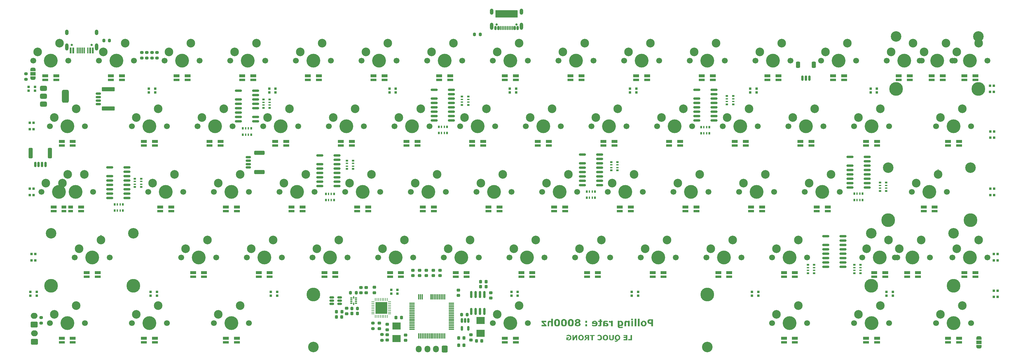
<source format=gbr>
%TF.GenerationSoftware,KiCad,Pcbnew,8.99.0-2230-g1cc11bc589*%
%TF.CreationDate,2024-09-07T17:33:40+07:00*%
%TF.ProjectId,Azimuth_PCB,417a696d-7574-4685-9f50-43422e6b6963,rev?*%
%TF.SameCoordinates,Original*%
%TF.FileFunction,Soldermask,Bot*%
%TF.FilePolarity,Negative*%
%FSLAX46Y46*%
G04 Gerber Fmt 4.6, Leading zero omitted, Abs format (unit mm)*
G04 Created by KiCad (PCBNEW 8.99.0-2230-g1cc11bc589) date 2024-09-07 17:33:40*
%MOMM*%
%LPD*%
G01*
G04 APERTURE LIST*
G04 Aperture macros list*
%AMRoundRect*
0 Rectangle with rounded corners*
0 $1 Rounding radius*
0 $2 $3 $4 $5 $6 $7 $8 $9 X,Y pos of 4 corners*
0 Add a 4 corners polygon primitive as box body*
4,1,4,$2,$3,$4,$5,$6,$7,$8,$9,$2,$3,0*
0 Add four circle primitives for the rounded corners*
1,1,$1+$1,$2,$3*
1,1,$1+$1,$4,$5*
1,1,$1+$1,$6,$7*
1,1,$1+$1,$8,$9*
0 Add four rect primitives between the rounded corners*
20,1,$1+$1,$2,$3,$4,$5,0*
20,1,$1+$1,$4,$5,$6,$7,0*
20,1,$1+$1,$6,$7,$8,$9,0*
20,1,$1+$1,$8,$9,$2,$3,0*%
%AMFreePoly0*
4,1,19,0.550000,-0.750000,0.000000,-0.750000,0.000000,-0.744911,-0.071157,-0.744911,-0.207708,-0.704816,-0.327430,-0.627875,-0.420627,-0.520320,-0.479746,-0.390866,-0.500000,-0.250000,-0.500000,0.250000,-0.479746,0.390866,-0.420627,0.520320,-0.327430,0.627875,-0.207708,0.704816,-0.071157,0.744911,0.000000,0.744911,0.000000,0.750000,0.550000,0.750000,0.550000,-0.750000,0.550000,-0.750000,
$1*%
%AMFreePoly1*
4,1,19,0.000000,0.744911,0.071157,0.744911,0.207708,0.704816,0.327430,0.627875,0.420627,0.520320,0.479746,0.390866,0.500000,0.250000,0.500000,-0.250000,0.479746,-0.390866,0.420627,-0.520320,0.327430,-0.627875,0.207708,-0.704816,0.071157,-0.744911,0.000000,-0.744911,0.000000,-0.750000,-0.550000,-0.750000,-0.550000,0.750000,0.000000,0.750000,0.000000,0.744911,0.000000,0.744911,
$1*%
G04 Aperture macros list end*
%ADD10C,0.300000*%
%ADD11RoundRect,0.250000X0.750000X-0.600000X0.750000X0.600000X-0.750000X0.600000X-0.750000X-0.600000X0*%
%ADD12O,2.000000X1.700000*%
%ADD13C,1.700000*%
%ADD14C,2.500000*%
%ADD15C,4.000000*%
%ADD16R,1.800000X0.836000*%
%ADD17R,1.800000X0.764000*%
%ADD18R,1.400000X0.836000*%
%ADD19R,1.400000X0.764000*%
%ADD20C,3.048000*%
%ADD21C,3.987800*%
%ADD22C,0.400000*%
%ADD23RoundRect,0.250000X0.600000X0.725000X-0.600000X0.725000X-0.600000X-0.725000X0.600000X-0.725000X0*%
%ADD24O,1.700000X1.950000*%
%ADD25FreePoly0,90.000000*%
%ADD26R,1.500000X1.000000*%
%ADD27FreePoly1,90.000000*%
%ADD28RoundRect,0.150000X-0.850000X-0.150000X0.850000X-0.150000X0.850000X0.150000X-0.850000X0.150000X0*%
%ADD29RoundRect,0.200000X0.275000X-0.200000X0.275000X0.200000X-0.275000X0.200000X-0.275000X-0.200000X0*%
%ADD30RoundRect,0.200000X-0.200000X-0.275000X0.200000X-0.275000X0.200000X0.275000X-0.200000X0.275000X0*%
%ADD31RoundRect,0.250000X-0.350000X-0.650000X0.350000X-0.650000X0.350000X0.650000X-0.350000X0.650000X0*%
%ADD32RoundRect,0.150000X-0.150000X-0.625000X0.150000X-0.625000X0.150000X0.625000X-0.150000X0.625000X0*%
%ADD33RoundRect,0.150000X0.512500X0.150000X-0.512500X0.150000X-0.512500X-0.150000X0.512500X-0.150000X0*%
%ADD34RoundRect,0.200000X0.200000X0.275000X-0.200000X0.275000X-0.200000X-0.275000X0.200000X-0.275000X0*%
%ADD35RoundRect,0.225000X0.250000X-0.225000X0.250000X0.225000X-0.250000X0.225000X-0.250000X-0.225000X0*%
%ADD36R,0.700000X0.700000*%
%ADD37RoundRect,0.225000X-0.250000X0.225000X-0.250000X-0.225000X0.250000X-0.225000X0.250000X0.225000X0*%
%ADD38R,0.500000X0.800000*%
%ADD39R,0.400000X0.800000*%
%ADD40RoundRect,0.225000X0.225000X0.250000X-0.225000X0.250000X-0.225000X-0.250000X0.225000X-0.250000X0*%
%ADD41R,0.800000X0.500000*%
%ADD42R,0.800000X0.400000*%
%ADD43C,0.650000*%
%ADD44RoundRect,0.150000X-0.150000X-0.425000X0.150000X-0.425000X0.150000X0.425000X-0.150000X0.425000X0*%
%ADD45RoundRect,0.075000X-0.075000X-0.500000X0.075000X-0.500000X0.075000X0.500000X-0.075000X0.500000X0*%
%ADD46O,1.000000X1.800000*%
%ADD47O,1.000000X2.100000*%
%ADD48RoundRect,0.007500X0.267500X0.117500X-0.267500X0.117500X-0.267500X-0.117500X0.267500X-0.117500X0*%
%ADD49RoundRect,0.006000X0.269000X0.094000X-0.269000X0.094000X-0.269000X-0.094000X0.269000X-0.094000X0*%
%ADD50RoundRect,0.012000X0.138000X-0.288000X0.138000X0.288000X-0.138000X0.288000X-0.138000X-0.288000X0*%
%ADD51RoundRect,0.062500X-0.375000X-0.062500X0.375000X-0.062500X0.375000X0.062500X-0.375000X0.062500X0*%
%ADD52RoundRect,0.062500X-0.062500X-0.375000X0.062500X-0.375000X0.062500X0.375000X-0.062500X0.375000X0*%
%ADD53R,3.450000X3.450000*%
%ADD54R,2.400000X2.000000*%
%ADD55FreePoly0,270.000000*%
%ADD56FreePoly1,270.000000*%
%ADD57RoundRect,0.375000X-0.625000X-0.375000X0.625000X-0.375000X0.625000X0.375000X-0.625000X0.375000X0*%
%ADD58RoundRect,0.500000X-0.500000X-1.400000X0.500000X-1.400000X0.500000X1.400000X-0.500000X1.400000X0*%
%ADD59R,0.600000X1.760000*%
%ADD60R,0.300000X1.760000*%
%ADD61R,0.600000X1.450000*%
%ADD62O,1.000000X1.600000*%
%ADD63RoundRect,0.150000X0.150000X-0.825000X0.150000X0.825000X-0.150000X0.825000X-0.150000X-0.825000X0*%
%ADD64RoundRect,0.200000X-0.275000X0.200000X-0.275000X-0.200000X0.275000X-0.200000X0.275000X0.200000X0*%
%ADD65RoundRect,0.250000X-0.350000X-1.250000X0.350000X-1.250000X0.350000X1.250000X-0.350000X1.250000X0*%
%ADD66RoundRect,0.225000X-0.225000X-0.250000X0.225000X-0.250000X0.225000X0.250000X-0.225000X0.250000X0*%
%ADD67RoundRect,0.150000X-0.625000X0.150000X-0.625000X-0.150000X0.625000X-0.150000X0.625000X0.150000X0*%
%ADD68RoundRect,0.250000X-1.637500X0.350000X-1.637500X-0.350000X1.637500X-0.350000X1.637500X0.350000X0*%
%ADD69RoundRect,0.150000X-0.150000X0.512500X-0.150000X-0.512500X0.150000X-0.512500X0.150000X0.512500X0*%
%ADD70RoundRect,0.250000X-1.250000X0.350000X-1.250000X-0.350000X1.250000X-0.350000X1.250000X0.350000X0*%
%ADD71RoundRect,0.075000X0.075000X-0.700000X0.075000X0.700000X-0.075000X0.700000X-0.075000X-0.700000X0*%
%ADD72RoundRect,0.075000X0.700000X-0.075000X0.700000X0.075000X-0.700000X0.075000X-0.700000X-0.075000X0*%
G04 APERTURE END LIST*
D10*
G36*
X400834810Y-414985000D02*
G01*
X401935277Y-414985000D01*
X401935277Y-413460924D01*
X401541802Y-413460924D01*
X401541802Y-414691908D01*
X400834810Y-414691908D01*
X400834810Y-414985000D01*
G37*
G36*
X399493734Y-414985000D02*
G01*
X400597315Y-414985000D01*
X400597315Y-413460924D01*
X399493734Y-413460924D01*
X399493734Y-413754016D01*
X400205946Y-413754016D01*
X400205946Y-414017798D01*
X399545025Y-414017798D01*
X399545025Y-414310889D01*
X400205946Y-414310889D01*
X400205946Y-414691908D01*
X399493734Y-414691908D01*
X399493734Y-414985000D01*
G37*
G36*
X397899047Y-413441130D02*
G01*
X398028319Y-413468236D01*
X398141389Y-413511444D01*
X398240596Y-413570202D01*
X398327688Y-413644931D01*
X398400890Y-413733452D01*
X398458496Y-413833815D01*
X398500850Y-413947719D01*
X398527395Y-414077398D01*
X398536699Y-414225526D01*
X398528192Y-414367302D01*
X398503890Y-414492019D01*
X398465103Y-414602055D01*
X398412412Y-414699424D01*
X398345640Y-414785697D01*
X398265524Y-414859927D01*
X398173878Y-414919830D01*
X398069207Y-414965882D01*
X397949478Y-414997751D01*
X397812213Y-415014309D01*
X397800676Y-415100910D01*
X397777409Y-415176883D01*
X397740305Y-415245115D01*
X397688199Y-415303920D01*
X397621666Y-415351724D01*
X397537074Y-415388733D01*
X397441933Y-415410783D01*
X397324491Y-415418775D01*
X397195069Y-415415741D01*
X397119052Y-415408517D01*
X396994488Y-415384886D01*
X396994488Y-415113960D01*
X397033415Y-415113960D01*
X397113374Y-415140246D01*
X397169201Y-415151636D01*
X397212750Y-415154993D01*
X397294862Y-415149000D01*
X397350969Y-415133622D01*
X397388055Y-415111578D01*
X397415415Y-415078997D01*
X397434341Y-415032734D01*
X397443376Y-414968238D01*
X397331561Y-414920909D01*
X397236078Y-414859658D01*
X397154909Y-414784257D01*
X397086812Y-414693557D01*
X397034117Y-414593064D01*
X396995765Y-414482634D01*
X396972024Y-414360728D01*
X396963805Y-414225526D01*
X396964002Y-414222412D01*
X397372668Y-414222412D01*
X397380061Y-414345374D01*
X397400328Y-414444246D01*
X397435885Y-414533136D01*
X397485416Y-414607827D01*
X397541486Y-414661346D01*
X397605309Y-414698045D01*
X397675563Y-414719789D01*
X397749748Y-414727079D01*
X397823971Y-414719924D01*
X397894279Y-414698594D01*
X397958080Y-414662451D01*
X398014080Y-414609842D01*
X398059101Y-414543246D01*
X398096604Y-414454412D01*
X398119400Y-414353554D01*
X398127836Y-414223511D01*
X398119294Y-414095592D01*
X398095596Y-413990595D01*
X398056802Y-413897715D01*
X398012065Y-413833059D01*
X397952948Y-413779751D01*
X397890707Y-413745406D01*
X397822821Y-413725564D01*
X397749748Y-413718845D01*
X397677322Y-413725746D01*
X397607874Y-413746413D01*
X397544369Y-413781820D01*
X397487431Y-413835074D01*
X397442458Y-413900813D01*
X397404450Y-413990046D01*
X397381256Y-414091451D01*
X397372668Y-414222412D01*
X396964002Y-414222412D01*
X396973150Y-414077458D01*
X396999816Y-413947810D01*
X397042376Y-413833906D01*
X397100287Y-413733511D01*
X397173915Y-413644931D01*
X397261382Y-413570136D01*
X397360802Y-413511363D01*
X397473894Y-413468179D01*
X397602955Y-413441110D01*
X397750756Y-413431615D01*
X397899047Y-413441130D01*
G37*
G36*
X395326432Y-414431789D02*
G01*
X395334156Y-414545369D01*
X395356067Y-414643152D01*
X395390892Y-414727619D01*
X395438242Y-414800788D01*
X395498623Y-414864099D01*
X395568338Y-414914815D01*
X395651472Y-414955979D01*
X395750233Y-414987135D01*
X395867304Y-415007156D01*
X396005763Y-415014309D01*
X396144245Y-415007151D01*
X396261267Y-414987121D01*
X396359922Y-414955960D01*
X396442908Y-414914800D01*
X396512445Y-414864099D01*
X396572651Y-414800804D01*
X396619855Y-414727726D01*
X396654564Y-414643440D01*
X396676393Y-414545950D01*
X396684086Y-414432797D01*
X396684086Y-413460924D01*
X396288596Y-413460924D01*
X396288596Y-414412555D01*
X396279929Y-414516615D01*
X396256818Y-414593346D01*
X396222009Y-414649227D01*
X396172150Y-414690357D01*
X396102348Y-414717084D01*
X396005763Y-414727079D01*
X395910304Y-414717503D01*
X395840543Y-414691827D01*
X395790066Y-414652341D01*
X395754726Y-414598071D01*
X395730956Y-414520727D01*
X395721922Y-414412555D01*
X395721922Y-413460924D01*
X395326432Y-413460924D01*
X395326432Y-414431789D01*
G37*
G36*
X394409824Y-413441110D02*
G01*
X394539112Y-413468156D01*
X394652182Y-413511260D01*
X394751372Y-413569867D01*
X394838435Y-413644381D01*
X394911656Y-413732702D01*
X394969262Y-413832825D01*
X395011609Y-413946441D01*
X395038145Y-414075780D01*
X395047445Y-414223511D01*
X395038187Y-414369792D01*
X395011732Y-414498280D01*
X394969439Y-414611554D01*
X394911805Y-414711763D01*
X394838435Y-414800535D01*
X394751318Y-414875441D01*
X394652098Y-414934327D01*
X394539027Y-414977620D01*
X394409768Y-415004777D01*
X394261502Y-415014309D01*
X394112775Y-415004765D01*
X393983217Y-414977586D01*
X393869984Y-414934278D01*
X393770718Y-414875399D01*
X393683654Y-414800535D01*
X393610249Y-414711758D01*
X393552589Y-414611546D01*
X393510279Y-414498273D01*
X393483813Y-414369787D01*
X393474552Y-414223511D01*
X393474622Y-414222412D01*
X393883415Y-414222412D01*
X393890807Y-414345374D01*
X393911075Y-414444246D01*
X393946632Y-414533136D01*
X393996163Y-414607827D01*
X394052233Y-414661346D01*
X394116056Y-414698045D01*
X394186310Y-414719789D01*
X394260495Y-414727079D01*
X394334718Y-414719924D01*
X394405026Y-414698594D01*
X394468827Y-414662451D01*
X394524827Y-414609842D01*
X394569847Y-414543246D01*
X394607350Y-414454412D01*
X394630146Y-414353554D01*
X394638583Y-414223511D01*
X394630041Y-414095592D01*
X394606343Y-413990595D01*
X394567548Y-413897715D01*
X394522812Y-413833059D01*
X394463694Y-413779751D01*
X394401454Y-413745406D01*
X394333567Y-413725564D01*
X394260495Y-413718845D01*
X394188069Y-413725746D01*
X394118620Y-413746413D01*
X394055115Y-413781820D01*
X393998178Y-413835074D01*
X393953205Y-413900813D01*
X393915197Y-413990046D01*
X393892002Y-414091451D01*
X393883415Y-414222412D01*
X393474622Y-414222412D01*
X393483894Y-414075840D01*
X393510551Y-413946533D01*
X393553103Y-413832916D01*
X393611015Y-413732761D01*
X393684662Y-413644381D01*
X393772100Y-413569800D01*
X393871503Y-413511180D01*
X393984595Y-413468098D01*
X394113672Y-413441089D01*
X394261502Y-413431615D01*
X394409824Y-413441110D01*
G37*
G36*
X392483720Y-415014309D02*
G01*
X392596249Y-415008529D01*
X392700617Y-414991664D01*
X392797786Y-414964208D01*
X392890291Y-414924783D01*
X392972421Y-414875044D01*
X393045265Y-414814823D01*
X393108205Y-414744340D01*
X393161648Y-414662290D01*
X393205641Y-414567253D01*
X393236407Y-414466786D01*
X393255745Y-414353186D01*
X393262519Y-414224519D01*
X393256181Y-414104750D01*
X393237834Y-413995733D01*
X393208205Y-413896165D01*
X393165985Y-413801551D01*
X393113443Y-413717652D01*
X393050394Y-413643374D01*
X392979992Y-413581812D01*
X392898325Y-413529647D01*
X392804014Y-413486844D01*
X392704570Y-413456548D01*
X392597825Y-413437975D01*
X392482712Y-413431615D01*
X392388705Y-413434470D01*
X392309056Y-413442423D01*
X392166082Y-413470633D01*
X392041610Y-413514322D01*
X391943699Y-413559018D01*
X391943699Y-413929870D01*
X391988762Y-413929870D01*
X392061119Y-413870794D01*
X392159945Y-413803475D01*
X392218140Y-413773112D01*
X392281853Y-413747513D01*
X392349106Y-413730512D01*
X392422262Y-413724706D01*
X392503644Y-413731305D01*
X392580074Y-413750810D01*
X392651207Y-413784965D01*
X392718376Y-413837363D01*
X392771792Y-413903189D01*
X392816287Y-413992061D01*
X392843612Y-414094269D01*
X392853656Y-414225526D01*
X392848636Y-414320652D01*
X392834693Y-414399723D01*
X392813173Y-414465220D01*
X392765923Y-414553472D01*
X392711232Y-414616712D01*
X392644727Y-414665197D01*
X392571830Y-414697129D01*
X392494813Y-414715302D01*
X392420156Y-414721217D01*
X392349038Y-414715777D01*
X392278281Y-414699327D01*
X392210450Y-414673383D01*
X392148680Y-414639976D01*
X392055440Y-414575404D01*
X391984732Y-414516053D01*
X391943699Y-414516053D01*
X391943699Y-414882509D01*
X392053425Y-414930961D01*
X392162968Y-414970070D01*
X392303377Y-415002951D01*
X392375104Y-415011065D01*
X392483720Y-415014309D01*
G37*
G36*
X389744781Y-413754016D02*
G01*
X390221237Y-413754016D01*
X390221237Y-414985000D01*
X390614713Y-414985000D01*
X390614713Y-413754016D01*
X391091169Y-413754016D01*
X391091169Y-413460924D01*
X389744781Y-413460924D01*
X389744781Y-413754016D01*
G37*
G36*
X389508201Y-414985000D02*
G01*
X389116832Y-414985000D01*
X389116832Y-414428126D01*
X388935482Y-414428126D01*
X388519384Y-414985000D01*
X388038805Y-414985000D01*
X388548143Y-414333787D01*
X388455629Y-414280615D01*
X388381816Y-414221473D01*
X388324203Y-414156375D01*
X388281987Y-414081519D01*
X388255328Y-413990814D01*
X388249674Y-413925291D01*
X388652649Y-413925291D01*
X388657918Y-413986887D01*
X388671608Y-414029613D01*
X388695373Y-414066022D01*
X388731509Y-414100688D01*
X388778576Y-414127512D01*
X388838121Y-414143278D01*
X388905490Y-414150049D01*
X388995932Y-414152620D01*
X389116832Y-414152620D01*
X389116832Y-413736430D01*
X388974408Y-413736430D01*
X388850394Y-413740094D01*
X388799179Y-413747215D01*
X388757154Y-413760335D01*
X388706911Y-413789701D01*
X388676279Y-413825731D01*
X388658851Y-413870141D01*
X388652649Y-413925291D01*
X388249674Y-413925291D01*
X388245801Y-413880411D01*
X388251960Y-413799683D01*
X388269247Y-413732271D01*
X388296543Y-413675797D01*
X388355748Y-413602179D01*
X388433288Y-413542990D01*
X388521532Y-413500643D01*
X388615737Y-413476311D01*
X388717693Y-413465097D01*
X388848287Y-413460924D01*
X389508201Y-413460924D01*
X389508201Y-414985000D01*
G37*
G36*
X387318477Y-413441110D02*
G01*
X387447765Y-413468156D01*
X387560835Y-413511260D01*
X387660026Y-413569867D01*
X387747088Y-413644381D01*
X387820309Y-413732702D01*
X387877916Y-413832825D01*
X387920262Y-413946441D01*
X387946798Y-414075780D01*
X387956099Y-414223511D01*
X387946841Y-414369792D01*
X387920385Y-414498280D01*
X387878092Y-414611554D01*
X387820458Y-414711763D01*
X387747088Y-414800535D01*
X387659971Y-414875441D01*
X387560751Y-414934327D01*
X387447680Y-414977620D01*
X387318421Y-415004777D01*
X387170156Y-415014309D01*
X387021428Y-415004765D01*
X386891870Y-414977586D01*
X386778637Y-414934278D01*
X386679371Y-414875399D01*
X386592308Y-414800535D01*
X386518902Y-414711758D01*
X386461242Y-414611546D01*
X386418933Y-414498273D01*
X386392467Y-414369787D01*
X386383205Y-414223511D01*
X386383275Y-414222412D01*
X386792068Y-414222412D01*
X386799460Y-414345374D01*
X386819728Y-414444246D01*
X386855285Y-414533136D01*
X386904816Y-414607827D01*
X386960886Y-414661346D01*
X387024709Y-414698045D01*
X387094963Y-414719789D01*
X387169148Y-414727079D01*
X387243371Y-414719924D01*
X387313679Y-414698594D01*
X387377480Y-414662451D01*
X387433480Y-414609842D01*
X387478501Y-414543246D01*
X387516004Y-414454412D01*
X387538800Y-414353554D01*
X387547236Y-414223511D01*
X387538694Y-414095592D01*
X387514996Y-413990595D01*
X387476202Y-413897715D01*
X387431465Y-413833059D01*
X387372348Y-413779751D01*
X387310107Y-413745406D01*
X387242220Y-413725564D01*
X387169148Y-413718845D01*
X387096722Y-413725746D01*
X387027274Y-413746413D01*
X386963768Y-413781820D01*
X386906831Y-413835074D01*
X386861858Y-413900813D01*
X386823850Y-413990046D01*
X386800655Y-414091451D01*
X386792068Y-414222412D01*
X386383275Y-414222412D01*
X386392547Y-414075840D01*
X386419204Y-413946533D01*
X386461756Y-413832916D01*
X386519668Y-413732761D01*
X386593315Y-413644381D01*
X386680753Y-413569800D01*
X386780156Y-413511180D01*
X386893248Y-413468098D01*
X387022325Y-413441089D01*
X387170156Y-413431615D01*
X387318477Y-413441110D01*
G37*
G36*
X384694541Y-414985000D02*
G01*
X385073728Y-414985000D01*
X385721277Y-413938938D01*
X385721277Y-414985000D01*
X386081962Y-414985000D01*
X386081962Y-413460924D01*
X385611642Y-413460924D01*
X385055226Y-414334062D01*
X385055226Y-413460924D01*
X384694541Y-413460924D01*
X384694541Y-414985000D01*
G37*
G36*
X382954860Y-414896065D02*
G01*
X383066215Y-414933419D01*
X383226427Y-414975108D01*
X383395903Y-415004584D01*
X383563574Y-415014309D01*
X383721406Y-415004785D01*
X383858570Y-414977723D01*
X383978030Y-414934771D01*
X384082291Y-414876701D01*
X384173296Y-414803374D01*
X384250631Y-414715224D01*
X384311311Y-414614901D01*
X384355859Y-414500653D01*
X384383777Y-414370110D01*
X384393572Y-414220397D01*
X384383955Y-414078851D01*
X384356294Y-413953067D01*
X384311688Y-413840666D01*
X384250286Y-413739706D01*
X384171281Y-413648777D01*
X384079292Y-413573300D01*
X383973608Y-413513536D01*
X383852210Y-413469316D01*
X383712479Y-413441435D01*
X383551301Y-413431615D01*
X383402812Y-413438529D01*
X383264438Y-413458726D01*
X383126241Y-413497235D01*
X382961088Y-413566712D01*
X382961088Y-413924009D01*
X383005143Y-413924009D01*
X383089224Y-413863925D01*
X383195744Y-413797704D01*
X383258359Y-413768371D01*
X383334596Y-413742109D01*
X383415674Y-413724766D01*
X383503124Y-413718845D01*
X383604476Y-413726793D01*
X383692718Y-413749528D01*
X383773141Y-413788257D01*
X383845400Y-413843683D01*
X383902278Y-413912070D01*
X383947341Y-413999663D01*
X383974898Y-414098872D01*
X383984710Y-414218107D01*
X383975175Y-414344395D01*
X383948582Y-414448393D01*
X383906888Y-414534156D01*
X383850529Y-414604805D01*
X383779834Y-414660705D01*
X383692676Y-414702373D01*
X383585548Y-414729146D01*
X383453940Y-414738803D01*
X383404297Y-414737795D01*
X383354563Y-414734681D01*
X383354563Y-414433988D01*
X383658829Y-414433988D01*
X383658829Y-414146758D01*
X382954860Y-414146758D01*
X382954860Y-414896065D01*
G37*
G36*
X408100369Y-410920000D02*
G01*
X407575736Y-410920000D01*
X407575736Y-410255659D01*
X407249183Y-410255659D01*
X407101350Y-410248046D01*
X406978556Y-410226919D01*
X406876957Y-410194354D01*
X406781037Y-410147377D01*
X406690818Y-410087248D01*
X406605725Y-410013126D01*
X406528041Y-409915548D01*
X406469193Y-409794528D01*
X406433241Y-409662643D01*
X406422556Y-409542103D01*
X406963663Y-409542103D01*
X406969756Y-409624697D01*
X406986256Y-409688527D01*
X407015577Y-409744064D01*
X407059284Y-409791720D01*
X407123712Y-409831635D01*
X407204853Y-409856566D01*
X407297406Y-409868208D01*
X407425404Y-409872686D01*
X407575736Y-409872686D01*
X407575736Y-409270872D01*
X407485610Y-409270872D01*
X407277882Y-409274291D01*
X407200164Y-409284588D01*
X407118025Y-409309951D01*
X407061389Y-409342715D01*
X407010191Y-409395680D01*
X406975585Y-409462095D01*
X406963663Y-409542103D01*
X406422556Y-409542103D01*
X406421322Y-409528182D01*
X406429117Y-409412489D01*
X406451210Y-409312998D01*
X406486290Y-409227152D01*
X406535750Y-409148849D01*
X406597974Y-409080521D01*
X406674113Y-409021378D01*
X406782577Y-408963753D01*
X406909808Y-408921360D01*
X407050681Y-408897050D01*
X407236971Y-408887899D01*
X408100369Y-408887899D01*
X408100369Y-410920000D01*
G37*
G36*
X405508439Y-409351004D02*
G01*
X405647705Y-409378806D01*
X405768763Y-409422912D01*
X405874211Y-409482538D01*
X405966053Y-409557857D01*
X406043900Y-409648158D01*
X406105063Y-409750912D01*
X406150005Y-409867915D01*
X406178183Y-410001572D01*
X406188070Y-410154787D01*
X406178276Y-410306724D01*
X406150331Y-410439602D01*
X406105712Y-410556236D01*
X406044932Y-410658960D01*
X405967519Y-410749518D01*
X405876210Y-410824975D01*
X405770961Y-410884775D01*
X405649699Y-410929070D01*
X405509736Y-410957033D01*
X405347875Y-410966894D01*
X405186008Y-410957032D01*
X405046058Y-410929067D01*
X404924824Y-410884770D01*
X404819613Y-410824971D01*
X404728353Y-410749518D01*
X404650892Y-410658953D01*
X404590078Y-410556225D01*
X404545436Y-410439592D01*
X404517478Y-410306718D01*
X404507852Y-410157473D01*
X405017292Y-410157473D01*
X405024135Y-410294736D01*
X405041228Y-410384863D01*
X405071673Y-410462092D01*
X405112913Y-410525303D01*
X405160181Y-410570785D01*
X405216106Y-410600652D01*
X405278199Y-410617369D01*
X405343845Y-410623000D01*
X405418985Y-410616627D01*
X405482575Y-410598576D01*
X405538711Y-410567240D01*
X405586988Y-410521151D01*
X405625451Y-410459192D01*
X405655376Y-410373995D01*
X405672347Y-410277953D01*
X405678579Y-410157473D01*
X405671245Y-410023778D01*
X405651957Y-409925321D01*
X405619176Y-409839822D01*
X405580150Y-409780118D01*
X405526704Y-409731340D01*
X405474392Y-409704159D01*
X405416583Y-409690106D01*
X405347875Y-409685108D01*
X405278673Y-409690988D01*
X405215495Y-409708189D01*
X405158888Y-409739059D01*
X405110226Y-409786957D01*
X405072645Y-409847537D01*
X405041960Y-409932159D01*
X405024055Y-410028621D01*
X405017292Y-410157473D01*
X404507852Y-410157473D01*
X404507679Y-410154787D01*
X404517423Y-410002748D01*
X404545225Y-409869732D01*
X404589612Y-409752941D01*
X404650058Y-409650053D01*
X404727009Y-409559323D01*
X404817740Y-409483727D01*
X404922743Y-409423754D01*
X405044157Y-409379269D01*
X405184765Y-409351145D01*
X405347875Y-409341214D01*
X405508439Y-409351004D01*
G37*
G36*
X403663576Y-410920000D02*
G01*
X404155359Y-410920000D01*
X404155359Y-408794110D01*
X403663576Y-408794110D01*
X403663576Y-410920000D01*
G37*
G36*
X402708098Y-410920000D02*
G01*
X403199881Y-410920000D01*
X403199881Y-408794110D01*
X402708098Y-408794110D01*
X402708098Y-410920000D01*
G37*
G36*
X401752620Y-410920000D02*
G01*
X402244403Y-410920000D01*
X402244403Y-409388108D01*
X401752620Y-409388108D01*
X401752620Y-410920000D01*
G37*
G36*
X401738942Y-409169267D02*
G01*
X402258080Y-409169267D01*
X402258080Y-408794110D01*
X401738942Y-408794110D01*
X401738942Y-409169267D01*
G37*
G36*
X399747875Y-410920000D02*
G01*
X400242344Y-410920000D01*
X400242344Y-410158328D01*
X400251992Y-409972948D01*
X400266320Y-409887208D01*
X400284720Y-409836905D01*
X400318392Y-409793188D01*
X400364710Y-409763143D01*
X400422879Y-409746442D01*
X400511500Y-409739818D01*
X400578400Y-409745182D01*
X400647543Y-409761678D01*
X400716894Y-409788859D01*
X400797142Y-409831409D01*
X400797142Y-410920000D01*
X401288925Y-410920000D01*
X401288925Y-409388108D01*
X400797142Y-409388108D01*
X400797142Y-409553217D01*
X400664812Y-409460280D01*
X400545083Y-409395924D01*
X400419275Y-409355250D01*
X400276660Y-409341214D01*
X400153413Y-409351236D01*
X400049772Y-409379508D01*
X399962168Y-409424498D01*
X399887948Y-409486294D01*
X399829909Y-409562262D01*
X399786301Y-409656960D01*
X399758095Y-409774470D01*
X399747875Y-409919947D01*
X399747875Y-410920000D01*
G37*
G36*
X398845691Y-409354457D02*
G01*
X398979609Y-409394581D01*
X399102134Y-409459143D01*
X399201625Y-409543447D01*
X399287261Y-409654196D01*
X399351957Y-409784026D01*
X399380544Y-409877511D01*
X399398750Y-409986060D01*
X399405202Y-410112044D01*
X399392182Y-410313301D01*
X399356508Y-410474051D01*
X399301949Y-410601760D01*
X399230324Y-410702501D01*
X399136832Y-410785205D01*
X399025429Y-410845313D01*
X398892495Y-410883117D01*
X398733046Y-410896552D01*
X398604700Y-410885606D01*
X398492588Y-410854176D01*
X398389283Y-410804205D01*
X398295851Y-410739382D01*
X398295851Y-410767958D01*
X398301028Y-410859376D01*
X398315024Y-410930868D01*
X398340489Y-410993805D01*
X398376451Y-411042365D01*
X398428904Y-411081773D01*
X398506999Y-411113684D01*
X398598919Y-411131817D01*
X398729016Y-411138841D01*
X398834312Y-411132011D01*
X398961290Y-411109532D01*
X399085648Y-411077484D01*
X399181231Y-411045052D01*
X399241315Y-411045052D01*
X399241315Y-411432177D01*
X399122502Y-411456818D01*
X398972892Y-411479071D01*
X398817032Y-411493517D01*
X398657941Y-411498367D01*
X398466678Y-411488466D01*
X398304766Y-411460753D01*
X398203090Y-411429611D01*
X398114557Y-411388787D01*
X398037564Y-411338632D01*
X397970598Y-411277452D01*
X397913283Y-411201292D01*
X397865495Y-411107944D01*
X397832696Y-411007785D01*
X397811536Y-410887930D01*
X397803946Y-410744877D01*
X397803946Y-409739085D01*
X398295851Y-409739085D01*
X398295851Y-410436399D01*
X398357177Y-410470844D01*
X398425666Y-410498192D01*
X398497530Y-410515613D01*
X398570502Y-410521395D01*
X398675306Y-410510469D01*
X398755078Y-410480604D01*
X398815722Y-410433712D01*
X398857732Y-410369365D01*
X398886970Y-410270575D01*
X398898398Y-410124134D01*
X398886352Y-409994106D01*
X398853229Y-409892267D01*
X398801434Y-409812480D01*
X398729436Y-409752440D01*
X398634809Y-409714551D01*
X398510418Y-409700739D01*
X398399776Y-409710997D01*
X398295851Y-409739085D01*
X397803946Y-409739085D01*
X397803946Y-409388108D01*
X398280830Y-409388108D01*
X398298538Y-409451978D01*
X398385606Y-409406011D01*
X398483674Y-409370645D01*
X398588765Y-409348872D01*
X398709720Y-409341214D01*
X398845691Y-409354457D01*
G37*
G36*
X395270415Y-409864870D02*
G01*
X395314134Y-409864870D01*
X395415251Y-409847285D01*
X395531388Y-409841423D01*
X395633595Y-409845043D01*
X395717257Y-409854979D01*
X395798819Y-409872706D01*
X395890792Y-409901018D01*
X395890792Y-410920000D01*
X396382575Y-410920000D01*
X396382575Y-409388108D01*
X395890792Y-409388108D01*
X395890792Y-409613545D01*
X395777917Y-409524811D01*
X395684753Y-409466152D01*
X395607958Y-409431217D01*
X395489141Y-409398248D01*
X395386552Y-409388108D01*
X395327812Y-409389574D01*
X395270415Y-409393604D01*
X395270415Y-409864870D01*
G37*
G36*
X394542839Y-409348190D02*
G01*
X394718792Y-409369180D01*
X394972194Y-409417540D01*
X394972194Y-409786713D01*
X394927131Y-409786713D01*
X394729050Y-409720401D01*
X394592313Y-409687604D01*
X394469420Y-409677292D01*
X394334092Y-409683904D01*
X394234665Y-409701251D01*
X394163384Y-409726263D01*
X394106086Y-409767314D01*
X394071897Y-409824527D01*
X394059581Y-409903461D01*
X394059581Y-409911765D01*
X394274847Y-409927712D01*
X394479068Y-409950233D01*
X394671717Y-409987079D01*
X394817833Y-410038161D01*
X394904926Y-410085771D01*
X394975288Y-410142048D01*
X395031057Y-410207177D01*
X395071426Y-410282045D01*
X395097008Y-410372828D01*
X395106161Y-410483293D01*
X395096551Y-410586351D01*
X395068774Y-410677129D01*
X395023211Y-410758068D01*
X394958639Y-410830851D01*
X394881068Y-410889978D01*
X394795353Y-410932133D01*
X394699886Y-410957960D01*
X394592519Y-410966894D01*
X394501721Y-410962231D01*
X394421793Y-410948942D01*
X394345268Y-410926935D01*
X394271461Y-410896796D01*
X394160819Y-410829874D01*
X394062390Y-410757456D01*
X394062390Y-410920000D01*
X393574637Y-410920000D01*
X393574637Y-410521273D01*
X394062390Y-410521273D01*
X394123786Y-410565452D01*
X394195624Y-410600774D01*
X394271760Y-410623487D01*
X394345101Y-410630816D01*
X394431878Y-410626961D01*
X394481755Y-410617871D01*
X394522812Y-410601004D01*
X394556859Y-410577449D01*
X394584366Y-410548223D01*
X394597892Y-410519930D01*
X394606074Y-410441894D01*
X394595814Y-410374836D01*
X394567117Y-410324902D01*
X394521379Y-410286837D01*
X394454399Y-410257124D01*
X394387082Y-410240452D01*
X394278300Y-410223541D01*
X394062390Y-410200949D01*
X394062390Y-410521273D01*
X393574637Y-410521273D01*
X393574637Y-409875617D01*
X393587601Y-409740233D01*
X393623772Y-409630890D01*
X393681241Y-409542135D01*
X393761116Y-409470418D01*
X393854840Y-409419652D01*
X393981283Y-409379050D01*
X394148774Y-409351508D01*
X394366960Y-409341214D01*
X394542839Y-409348190D01*
G37*
G36*
X392140443Y-410907299D02*
G01*
X392308482Y-410939539D01*
X392525736Y-410951263D01*
X392672217Y-410942532D01*
X392788717Y-410918701D01*
X392880689Y-410882511D01*
X392952672Y-410835491D01*
X393009990Y-410773103D01*
X393053488Y-410690044D01*
X393082149Y-410581053D01*
X393092745Y-410439207D01*
X393092745Y-409724187D01*
X393294979Y-409724187D01*
X393294979Y-409388108D01*
X393092745Y-409388108D01*
X393092745Y-408950425D01*
X392600963Y-408950425D01*
X392600963Y-409388108D01*
X392140443Y-409388108D01*
X392140443Y-409724187D01*
X392600963Y-409724187D01*
X392600963Y-410264818D01*
X392599619Y-410404647D01*
X392593289Y-410462282D01*
X392577759Y-410511992D01*
X392551632Y-410554165D01*
X392510104Y-410587341D01*
X392455235Y-410607251D01*
X392368688Y-410615184D01*
X392268182Y-410598698D01*
X392181475Y-410568290D01*
X392140443Y-410568290D01*
X392140443Y-410907299D01*
G37*
G36*
X391252056Y-409351199D02*
G01*
X391395261Y-409379625D01*
X391520492Y-409424837D01*
X391630278Y-409486093D01*
X391726573Y-409563597D01*
X391808832Y-409656725D01*
X391873059Y-409761606D01*
X391919973Y-409879904D01*
X391949233Y-410013901D01*
X391959459Y-410166388D01*
X391948565Y-410320472D01*
X391917566Y-410453796D01*
X391868075Y-410569677D01*
X391800420Y-410670772D01*
X391713628Y-410758921D01*
X391614064Y-410829450D01*
X391496632Y-410886521D01*
X391358502Y-410929552D01*
X391196244Y-410957093D01*
X391005935Y-410966894D01*
X390831122Y-410959011D01*
X390679382Y-410936730D01*
X390530696Y-410898436D01*
X390365163Y-410839399D01*
X390365163Y-410443237D01*
X390419752Y-410443237D01*
X390514048Y-410503506D01*
X390650683Y-410565847D01*
X390799390Y-410608740D01*
X390952568Y-410623000D01*
X391114290Y-410610474D01*
X391235337Y-410576955D01*
X391324916Y-410526524D01*
X391395347Y-410454037D01*
X391441068Y-410362889D01*
X391462180Y-410247843D01*
X390336465Y-410247843D01*
X390336465Y-410075530D01*
X390345271Y-409958660D01*
X390825561Y-409958660D01*
X391463524Y-409958660D01*
X391445646Y-409853571D01*
X391410945Y-409776341D01*
X391361186Y-409720401D01*
X391296481Y-409679994D01*
X391219602Y-409654900D01*
X391127445Y-409646029D01*
X391028520Y-409656027D01*
X390955545Y-409682953D01*
X390902131Y-409724553D01*
X390863485Y-409781261D01*
X390837227Y-409857390D01*
X390825561Y-409958660D01*
X390345271Y-409958660D01*
X390349851Y-409897880D01*
X390387206Y-409751395D01*
X390445800Y-409630428D01*
X390525020Y-409530624D01*
X390624336Y-409451789D01*
X390747560Y-409392882D01*
X390899862Y-409354933D01*
X391087878Y-409341214D01*
X391252056Y-409351199D01*
G37*
G36*
X388447735Y-409927397D02*
G01*
X388958691Y-409927397D01*
X388958691Y-409388108D01*
X388447735Y-409388108D01*
X388447735Y-409927397D01*
G37*
G36*
X388447735Y-410920000D02*
G01*
X388958691Y-410920000D01*
X388958691Y-410380711D01*
X388447735Y-410380711D01*
X388447735Y-410920000D01*
G37*
G36*
X386368715Y-408859572D02*
G01*
X386523839Y-408889925D01*
X386656942Y-408937750D01*
X386771252Y-409001960D01*
X386872567Y-409087453D01*
X386941072Y-409180074D01*
X386981485Y-409281530D01*
X386995223Y-409395069D01*
X386985632Y-409500939D01*
X386957777Y-409595531D01*
X386911936Y-409681078D01*
X386849183Y-409755388D01*
X386763660Y-409823609D01*
X386650963Y-409885631D01*
X386650963Y-409893813D01*
X386793169Y-409961420D01*
X386893308Y-410029988D01*
X386960418Y-410099099D01*
X387010041Y-410181011D01*
X387039704Y-410269956D01*
X387049811Y-410368133D01*
X387037223Y-410488022D01*
X386999986Y-410598576D01*
X386937548Y-410697680D01*
X386846235Y-410785544D01*
X386731012Y-410856186D01*
X386579888Y-410913039D01*
X386410146Y-410946653D01*
X386193251Y-410959078D01*
X385990213Y-410946808D01*
X385820642Y-410912559D01*
X385679197Y-410859233D01*
X385561395Y-410788353D01*
X385458355Y-410694189D01*
X385387733Y-410591198D01*
X385345607Y-410477364D01*
X385333462Y-410369354D01*
X385853021Y-410369354D01*
X385861187Y-410435654D01*
X385883063Y-410482316D01*
X385917289Y-410520743D01*
X385962320Y-410554979D01*
X386007637Y-410577880D01*
X386063436Y-410594668D01*
X386165896Y-410607369D01*
X386272387Y-410597383D01*
X386359703Y-410569371D01*
X386431755Y-410524692D01*
X386488089Y-410463483D01*
X386521746Y-410390527D01*
X386533482Y-410302065D01*
X386521553Y-410213385D01*
X386486343Y-410134759D01*
X386435546Y-410064699D01*
X386380464Y-410007630D01*
X386235628Y-410058799D01*
X386104469Y-410108503D01*
X385966440Y-410175652D01*
X385902236Y-410222808D01*
X385876029Y-410258962D01*
X385859200Y-410306644D01*
X385853021Y-410369354D01*
X385333462Y-410369354D01*
X385331196Y-410349204D01*
X385342986Y-410229733D01*
X385377188Y-410124091D01*
X385433656Y-410029368D01*
X385509912Y-409948857D01*
X385613223Y-409876838D01*
X385749218Y-409813824D01*
X385749218Y-409805642D01*
X385629835Y-409745877D01*
X385539557Y-409682086D01*
X385473346Y-409614644D01*
X385423008Y-409535724D01*
X385393193Y-409451030D01*
X385389981Y-409421570D01*
X385895397Y-409421570D01*
X385902736Y-409501337D01*
X385922752Y-409562742D01*
X385956471Y-409620082D01*
X386012878Y-409691824D01*
X386173468Y-409639312D01*
X386277882Y-409599989D01*
X386372783Y-409552685D01*
X386427480Y-409512062D01*
X386461180Y-409461157D01*
X386473276Y-409389574D01*
X386466744Y-409345329D01*
X386447386Y-409306409D01*
X386418020Y-409273342D01*
X386381685Y-409247180D01*
X386288262Y-409212498D01*
X386187756Y-409200530D01*
X386101254Y-409207912D01*
X386031593Y-409228382D01*
X385975387Y-409260491D01*
X385930740Y-409305272D01*
X385904474Y-409358061D01*
X385895397Y-409421570D01*
X385389981Y-409421570D01*
X385383098Y-409358433D01*
X385396380Y-409248672D01*
X385435182Y-409152282D01*
X385500568Y-409065894D01*
X385596933Y-408987794D01*
X385705060Y-408930737D01*
X385836519Y-408887217D01*
X385995719Y-408858992D01*
X386187756Y-408848820D01*
X386368715Y-408859572D01*
G37*
G36*
X384349716Y-408856914D02*
G01*
X384477159Y-408879745D01*
X384586622Y-408915621D01*
X384688292Y-408968036D01*
X384775197Y-409034477D01*
X384848939Y-409115655D01*
X384908783Y-409209396D01*
X384958189Y-409318496D01*
X384996584Y-409445139D01*
X385030522Y-409648782D01*
X385042990Y-409903949D01*
X385031030Y-410152320D01*
X384997927Y-410357997D01*
X384960200Y-410486879D01*
X384911239Y-410596555D01*
X384851748Y-410689556D01*
X384778857Y-410770797D01*
X384692416Y-410837741D01*
X384590774Y-410891057D01*
X384481226Y-410927502D01*
X384352500Y-410950791D01*
X384201329Y-410959078D01*
X384047403Y-410950770D01*
X383918446Y-410927603D01*
X383810662Y-410891667D01*
X383710606Y-410839064D01*
X383624550Y-410772825D01*
X383551032Y-410692243D01*
X383493417Y-410601997D01*
X383444872Y-410492576D01*
X383406318Y-410360806D01*
X383372068Y-410151400D01*
X383359790Y-409902606D01*
X383888576Y-409902606D01*
X383899034Y-410147109D01*
X383925622Y-410314782D01*
X383962337Y-410424797D01*
X384006584Y-410496431D01*
X384059974Y-410544808D01*
X384123782Y-410573794D01*
X384201329Y-410583921D01*
X384278940Y-410573791D01*
X384342787Y-410544800D01*
X384396195Y-410496422D01*
X384440443Y-410424797D01*
X384477201Y-410314830D01*
X384503769Y-410147921D01*
X384514204Y-409905293D01*
X384503817Y-409655834D01*
X384477607Y-409487619D01*
X384441786Y-409379682D01*
X384398344Y-409310049D01*
X384345095Y-409262666D01*
X384280594Y-409234042D01*
X384201329Y-409223977D01*
X384122129Y-409234039D01*
X384057667Y-409262658D01*
X384004435Y-409310040D01*
X383960994Y-409379682D01*
X383925132Y-409487568D01*
X383898941Y-409655023D01*
X383888576Y-409902606D01*
X383359790Y-409902606D01*
X383371791Y-409654549D01*
X383404853Y-409451245D01*
X383442361Y-409324073D01*
X383490857Y-409215276D01*
X383549689Y-409122494D01*
X383623431Y-409039251D01*
X383709509Y-408971236D01*
X383809319Y-408917575D01*
X383917110Y-408880942D01*
X384046468Y-408857306D01*
X384201329Y-408848820D01*
X384349716Y-408856914D01*
G37*
G36*
X382360602Y-408856914D02*
G01*
X382488045Y-408879745D01*
X382597508Y-408915621D01*
X382699179Y-408968036D01*
X382786083Y-409034477D01*
X382859825Y-409115655D01*
X382919669Y-409209396D01*
X382969075Y-409318496D01*
X383007470Y-409445139D01*
X383041408Y-409648782D01*
X383053876Y-409903949D01*
X383041916Y-410152320D01*
X383008813Y-410357997D01*
X382971086Y-410486879D01*
X382922125Y-410596555D01*
X382862634Y-410689556D01*
X382789743Y-410770797D01*
X382703302Y-410837741D01*
X382601660Y-410891057D01*
X382492112Y-410927502D01*
X382363386Y-410950791D01*
X382212215Y-410959078D01*
X382058289Y-410950770D01*
X381929332Y-410927603D01*
X381821549Y-410891667D01*
X381721492Y-410839064D01*
X381635436Y-410772825D01*
X381561919Y-410692243D01*
X381504303Y-410601997D01*
X381455758Y-410492576D01*
X381417205Y-410360806D01*
X381382954Y-410151400D01*
X381370676Y-409902606D01*
X381899462Y-409902606D01*
X381909920Y-410147109D01*
X381936508Y-410314782D01*
X381973224Y-410424797D01*
X382017470Y-410496431D01*
X382070860Y-410544808D01*
X382134669Y-410573794D01*
X382212215Y-410583921D01*
X382289826Y-410573791D01*
X382353673Y-410544800D01*
X382407081Y-410496422D01*
X382451329Y-410424797D01*
X382488087Y-410314830D01*
X382514655Y-410147921D01*
X382525090Y-409905293D01*
X382514703Y-409655834D01*
X382488493Y-409487619D01*
X382452672Y-409379682D01*
X382409230Y-409310049D01*
X382355981Y-409262666D01*
X382291480Y-409234042D01*
X382212215Y-409223977D01*
X382133015Y-409234039D01*
X382068553Y-409262658D01*
X382015322Y-409310040D01*
X381971880Y-409379682D01*
X381936018Y-409487568D01*
X381909827Y-409655023D01*
X381899462Y-409902606D01*
X381370676Y-409902606D01*
X381382677Y-409654549D01*
X381415739Y-409451245D01*
X381453247Y-409324073D01*
X381501743Y-409215276D01*
X381560575Y-409122494D01*
X381634317Y-409039251D01*
X381720396Y-408971236D01*
X381820205Y-408917575D01*
X381927996Y-408880942D01*
X382057354Y-408857306D01*
X382212215Y-408848820D01*
X382360602Y-408856914D01*
G37*
G36*
X380371488Y-408856914D02*
G01*
X380498932Y-408879745D01*
X380608394Y-408915621D01*
X380710065Y-408968036D01*
X380796970Y-409034477D01*
X380870711Y-409115655D01*
X380930555Y-409209396D01*
X380979961Y-409318496D01*
X381018356Y-409445139D01*
X381052294Y-409648782D01*
X381064762Y-409903949D01*
X381052802Y-410152320D01*
X381019699Y-410357997D01*
X380981972Y-410486879D01*
X380933012Y-410596555D01*
X380873520Y-410689556D01*
X380800629Y-410770797D01*
X380714189Y-410837741D01*
X380612547Y-410891057D01*
X380502998Y-410927502D01*
X380374272Y-410950791D01*
X380223101Y-410959078D01*
X380069176Y-410950770D01*
X379940219Y-410927603D01*
X379832435Y-410891667D01*
X379732378Y-410839064D01*
X379646322Y-410772825D01*
X379572805Y-410692243D01*
X379515190Y-410601997D01*
X379466644Y-410492576D01*
X379428091Y-410360806D01*
X379393840Y-410151400D01*
X379381563Y-409902606D01*
X379910348Y-409902606D01*
X379920807Y-410147109D01*
X379947395Y-410314782D01*
X379984110Y-410424797D01*
X380028357Y-410496431D01*
X380081747Y-410544808D01*
X380145555Y-410573794D01*
X380223101Y-410583921D01*
X380300713Y-410573791D01*
X380364560Y-410544800D01*
X380417968Y-410496422D01*
X380462215Y-410424797D01*
X380498973Y-410314830D01*
X380525541Y-410147921D01*
X380535976Y-409905293D01*
X380525590Y-409655834D01*
X380499379Y-409487619D01*
X380463558Y-409379682D01*
X380420116Y-409310049D01*
X380366867Y-409262666D01*
X380302366Y-409234042D01*
X380223101Y-409223977D01*
X380143902Y-409234039D01*
X380079439Y-409262658D01*
X380026208Y-409310040D01*
X379982766Y-409379682D01*
X379946904Y-409487568D01*
X379920714Y-409655023D01*
X379910348Y-409902606D01*
X379381563Y-409902606D01*
X379393564Y-409654549D01*
X379426625Y-409451245D01*
X379464133Y-409324073D01*
X379512629Y-409215276D01*
X379571461Y-409122494D01*
X379645203Y-409039251D01*
X379731282Y-408971236D01*
X379831092Y-408917575D01*
X379938882Y-408880942D01*
X380068241Y-408857306D01*
X380223101Y-408848820D01*
X380371488Y-408856914D01*
G37*
G36*
X377455341Y-410920000D02*
G01*
X377949811Y-410920000D01*
X377949811Y-410158328D01*
X377959459Y-409972948D01*
X377973787Y-409887208D01*
X377992187Y-409836905D01*
X378025859Y-409793188D01*
X378072177Y-409763143D01*
X378130346Y-409746442D01*
X378218967Y-409739818D01*
X378285866Y-409745182D01*
X378355010Y-409761678D01*
X378424361Y-409788859D01*
X378504609Y-409831409D01*
X378504609Y-410920000D01*
X378996392Y-410920000D01*
X378996392Y-408794110D01*
X378504609Y-408794110D01*
X378504609Y-409553217D01*
X378372279Y-409460280D01*
X378252550Y-409395924D01*
X378126741Y-409355250D01*
X377984127Y-409341214D01*
X377860880Y-409351236D01*
X377757239Y-409379508D01*
X377669635Y-409424498D01*
X377595415Y-409486294D01*
X377537376Y-409562262D01*
X377493768Y-409656960D01*
X377465562Y-409774470D01*
X377455341Y-409919947D01*
X377455341Y-410920000D01*
G37*
G36*
X375679452Y-410920000D02*
G01*
X377120851Y-410920000D01*
X377120851Y-410611032D01*
X376312041Y-409747634D01*
X377088122Y-409747634D01*
X377088122Y-409388108D01*
X375694473Y-409388108D01*
X375694473Y-409698419D01*
X376491071Y-410560474D01*
X375679452Y-410560474D01*
X375679452Y-410920000D01*
G37*
D11*
%TO.C,SWboot1*%
X228540000Y-415475000D03*
D12*
X228540000Y-412975000D03*
%TD*%
D11*
%TO.C,SWboot2*%
X228475000Y-410450000D03*
D12*
X228475000Y-407950000D03*
%TD*%
D13*
%TO.C,SW13*%
X456852500Y-333800000D03*
D14*
X458122500Y-331250000D03*
D15*
X461932500Y-333800000D03*
D14*
X464472500Y-328720000D03*
D13*
X467012500Y-333800000D03*
D16*
X463532500Y-338218000D03*
X460332500Y-338218000D03*
D17*
X463532500Y-339418000D03*
X460332500Y-339418000D03*
%TD*%
D13*
%TO.C,SW5*%
X304452500Y-333800000D03*
D14*
X305722500Y-331250000D03*
D15*
X309532500Y-333800000D03*
D14*
X312072500Y-328720000D03*
D13*
X314612500Y-333800000D03*
D16*
X311132500Y-338218000D03*
X307932500Y-338218000D03*
D17*
X311132500Y-339418000D03*
X307932500Y-339418000D03*
%TD*%
D13*
%TO.C,SW32*%
X299690000Y-371900000D03*
D14*
X300960000Y-369350000D03*
D15*
X304770000Y-371900000D03*
D14*
X307310000Y-366820000D03*
D13*
X309850000Y-371900000D03*
D16*
X306370000Y-376318000D03*
X303170000Y-376318000D03*
D17*
X306370000Y-377518000D03*
X303170000Y-377518000D03*
%TD*%
D13*
%TO.C,SW16*%
X256827500Y-352850000D03*
D14*
X258097500Y-350300000D03*
D15*
X261907500Y-352850000D03*
D14*
X264447500Y-347770000D03*
D13*
X266987500Y-352850000D03*
D16*
X263507500Y-357268000D03*
X260307500Y-357268000D03*
D17*
X263507500Y-358468000D03*
X260307500Y-358468000D03*
%TD*%
D13*
%TO.C,SW37*%
X394940000Y-371900000D03*
D14*
X396210000Y-369350000D03*
D15*
X400020000Y-371900000D03*
D14*
X402560000Y-366820000D03*
D13*
X405100000Y-371900000D03*
D16*
X401620000Y-376318000D03*
X398420000Y-376318000D03*
D17*
X401620000Y-377518000D03*
X398420000Y-377518000D03*
%TD*%
D13*
%TO.C,SW49*%
X366365000Y-390950000D03*
D14*
X367635000Y-388400000D03*
D15*
X371445000Y-390950000D03*
D14*
X373985000Y-385870000D03*
D13*
X376525000Y-390950000D03*
D16*
X373045000Y-395368000D03*
X369845000Y-395368000D03*
D17*
X373045000Y-396568000D03*
X369845000Y-396568000D03*
%TD*%
D13*
%TO.C,SW62*%
X490190500Y-410000000D03*
D14*
X491460500Y-407450000D03*
D15*
X495270500Y-410000000D03*
D14*
X497810500Y-404920000D03*
D13*
X500350500Y-410000000D03*
D16*
X496870500Y-414418000D03*
X493670500Y-414418000D03*
D17*
X496870500Y-415618000D03*
X493670500Y-415618000D03*
%TD*%
D13*
%TO.C,SW38*%
X413990000Y-371900000D03*
D14*
X415260000Y-369350000D03*
D15*
X419070000Y-371900000D03*
D14*
X421610000Y-366820000D03*
D13*
X424150000Y-371900000D03*
D16*
X420670000Y-376318000D03*
X417470000Y-376318000D03*
D17*
X420670000Y-377518000D03*
X417470000Y-377518000D03*
%TD*%
D13*
%TO.C,SW15*%
X233015500Y-352850000D03*
D14*
X234285500Y-350300000D03*
D15*
X238095500Y-352850000D03*
D14*
X240635500Y-347770000D03*
D13*
X243175500Y-352850000D03*
D16*
X239695500Y-357268000D03*
X236495500Y-357268000D03*
D17*
X239695500Y-358468000D03*
X236495500Y-358468000D03*
%TD*%
D13*
%TO.C,SW60*%
X442565500Y-410000000D03*
D14*
X443835500Y-407450000D03*
D15*
X447645500Y-410000000D03*
D14*
X450185500Y-404920000D03*
D13*
X452725500Y-410000000D03*
D16*
X449245500Y-414418000D03*
X446045500Y-414418000D03*
D17*
X449245500Y-415618000D03*
X446045500Y-415618000D03*
%TD*%
D13*
%TO.C,SW47*%
X328265000Y-390950000D03*
D14*
X329535000Y-388400000D03*
D15*
X333345000Y-390950000D03*
D14*
X335885000Y-385870000D03*
D13*
X338425000Y-390950000D03*
D16*
X334945000Y-395368000D03*
X331745000Y-395368000D03*
D17*
X334945000Y-396568000D03*
X331745000Y-396568000D03*
%TD*%
D13*
%TO.C,SW54*%
X468759000Y-390950000D03*
D14*
X470029000Y-388400000D03*
D15*
X473839000Y-390950000D03*
D14*
X476379000Y-385870000D03*
D13*
X478919000Y-390950000D03*
D16*
X475439000Y-395368000D03*
X472239000Y-395368000D03*
D17*
X475439000Y-396568000D03*
X472239000Y-396568000D03*
%TD*%
D13*
%TO.C,SW29*%
X235396500Y-371900000D03*
D14*
X236666500Y-369350000D03*
D15*
X240476500Y-371900000D03*
D14*
X243016500Y-366820000D03*
D13*
X245556500Y-371900000D03*
D16*
X242076500Y-376318000D03*
D18*
X239076500Y-376318000D03*
D17*
X242076500Y-377518000D03*
D19*
X239076500Y-377518000D03*
%TD*%
D13*
%TO.C,SW40*%
X452090000Y-371900000D03*
D14*
X453360000Y-369350000D03*
D15*
X457170000Y-371900000D03*
D14*
X459710000Y-366820000D03*
D13*
X462250000Y-371900000D03*
D16*
X458770000Y-376318000D03*
X455570000Y-376318000D03*
D17*
X458770000Y-377518000D03*
X455570000Y-377518000D03*
%TD*%
D13*
%TO.C,SW25*%
X428277500Y-352850000D03*
D14*
X429547500Y-350300000D03*
D15*
X433357500Y-352850000D03*
D14*
X435897500Y-347770000D03*
D13*
X438437500Y-352850000D03*
D16*
X434957500Y-357268000D03*
X431757500Y-357268000D03*
D17*
X434957500Y-358468000D03*
X431757500Y-358468000D03*
%TD*%
D13*
%TO.C,SW20*%
X333027500Y-352850000D03*
D14*
X334297500Y-350300000D03*
D15*
X338107500Y-352850000D03*
D14*
X340647500Y-347770000D03*
D13*
X343187500Y-352850000D03*
D16*
X339707500Y-357268000D03*
X336507500Y-357268000D03*
D17*
X339707500Y-358468000D03*
X336507500Y-358468000D03*
%TD*%
D13*
%TO.C,SW53*%
X442565000Y-390950000D03*
D14*
X443835000Y-388400000D03*
D15*
X447645000Y-390950000D03*
D14*
X450185000Y-385870000D03*
D13*
X452725000Y-390950000D03*
D16*
X449245000Y-395368000D03*
X446045000Y-395368000D03*
D17*
X449245000Y-396568000D03*
X446045000Y-396568000D03*
%TD*%
D13*
%TO.C,SW2*%
X247302500Y-333800000D03*
D14*
X248572500Y-331250000D03*
D15*
X252382500Y-333800000D03*
D14*
X254922500Y-328720000D03*
D13*
X257462500Y-333800000D03*
D16*
X253982500Y-338218000D03*
X250782500Y-338218000D03*
D17*
X253982500Y-339418000D03*
X250782500Y-339418000D03*
%TD*%
D13*
%TO.C,SW36*%
X375890000Y-371900000D03*
D14*
X377160000Y-369350000D03*
D15*
X380970000Y-371900000D03*
D14*
X383510000Y-366820000D03*
D13*
X386050000Y-371900000D03*
D16*
X382570000Y-376318000D03*
X379370000Y-376318000D03*
D17*
X382570000Y-377518000D03*
X379370000Y-377518000D03*
%TD*%
D13*
%TO.C,SW9*%
X380652500Y-333800000D03*
D14*
X381922500Y-331250000D03*
D15*
X385732500Y-333800000D03*
D14*
X388272500Y-328720000D03*
D13*
X390812500Y-333800000D03*
D16*
X387332500Y-338218000D03*
X384132500Y-338218000D03*
D17*
X387332500Y-339418000D03*
X384132500Y-339418000D03*
%TD*%
D13*
%TO.C,SW6*%
X323502500Y-333800000D03*
D14*
X324772500Y-331250000D03*
D15*
X328582500Y-333800000D03*
D14*
X331122500Y-328720000D03*
D13*
X333662500Y-333800000D03*
D16*
X330182500Y-338218000D03*
X326982500Y-338218000D03*
D17*
X330182500Y-339418000D03*
X326982500Y-339418000D03*
%TD*%
D13*
%TO.C,SW17*%
X275877500Y-352850000D03*
D14*
X277147500Y-350300000D03*
D15*
X280957500Y-352850000D03*
D14*
X283497500Y-347770000D03*
D13*
X286037500Y-352850000D03*
D16*
X282557500Y-357268000D03*
X279357500Y-357268000D03*
D17*
X282557500Y-358468000D03*
X279357500Y-358468000D03*
%TD*%
D13*
%TO.C,SW28*%
X490190500Y-352850000D03*
D14*
X491460500Y-350300000D03*
D15*
X495270500Y-352850000D03*
D14*
X497810500Y-347770000D03*
D13*
X500350500Y-352850000D03*
D16*
X496870500Y-357268000D03*
X493670500Y-357268000D03*
D17*
X496870500Y-358468000D03*
X493670500Y-358468000D03*
%TD*%
D20*
%TO.C,SW2001*%
X471426000Y-383965000D03*
D21*
X471426000Y-399205000D03*
D13*
X478284000Y-390950000D03*
D14*
X479554000Y-388400000D03*
D15*
X483364000Y-390950000D03*
D14*
X485904000Y-385870000D03*
D13*
X488444000Y-390950000D03*
D20*
X495302000Y-383965000D03*
D21*
X495302000Y-399205000D03*
D16*
X484964000Y-395368000D03*
X481764000Y-395368000D03*
D17*
X484964000Y-396568000D03*
X481764000Y-396568000D03*
%TD*%
D13*
%TO.C,SW39*%
X433040000Y-371900000D03*
D14*
X434310000Y-369350000D03*
D15*
X438120000Y-371900000D03*
D14*
X440660000Y-366820000D03*
D13*
X443200000Y-371900000D03*
D16*
X439720000Y-376318000D03*
X436520000Y-376318000D03*
D17*
X439720000Y-377518000D03*
X436520000Y-377518000D03*
%TD*%
D13*
%TO.C,SW23*%
X390177500Y-352850000D03*
D14*
X391447500Y-350300000D03*
D15*
X395257500Y-352850000D03*
D14*
X397797500Y-347770000D03*
D13*
X400337500Y-352850000D03*
D16*
X396857500Y-357268000D03*
X393657500Y-357268000D03*
D17*
X396857500Y-358468000D03*
X393657500Y-358468000D03*
%TD*%
D21*
%TO.C,SW59*%
X309532500Y-401740000D03*
D20*
X309532500Y-416980000D03*
D13*
X361602500Y-409995000D03*
D14*
X362872500Y-407445000D03*
D15*
X366682500Y-409995000D03*
D14*
X369222500Y-404915000D03*
D13*
X371762500Y-409995000D03*
D21*
X423832500Y-401740000D03*
D20*
X423832500Y-416980000D03*
D16*
X368282500Y-414413000D03*
X365082500Y-414413000D03*
D17*
X368282500Y-415613000D03*
X365082500Y-415613000D03*
%TD*%
D13*
%TO.C,SW58*%
X280640500Y-410000000D03*
D14*
X281910500Y-407450000D03*
D15*
X285720500Y-410000000D03*
D14*
X288260500Y-404920000D03*
D13*
X290800500Y-410000000D03*
D16*
X287320500Y-414418000D03*
X284120500Y-414418000D03*
D17*
X287320500Y-415618000D03*
X284120500Y-415618000D03*
%TD*%
D13*
%TO.C,SW61*%
X466377500Y-410000000D03*
D14*
X467647500Y-407450000D03*
D15*
X471457500Y-410000000D03*
D14*
X473997500Y-404920000D03*
D13*
X476537500Y-410000000D03*
D16*
X473057500Y-414418000D03*
X469857500Y-414418000D03*
D17*
X473057500Y-415618000D03*
X469857500Y-415618000D03*
%TD*%
D13*
%TO.C,SW12*%
X437802500Y-333800000D03*
D14*
X439072500Y-331250000D03*
D15*
X442882500Y-333800000D03*
D14*
X445422500Y-328720000D03*
D13*
X447962500Y-333800000D03*
D16*
X444482500Y-338218000D03*
X441282500Y-338218000D03*
D17*
X444482500Y-339418000D03*
X441282500Y-339418000D03*
%TD*%
D13*
%TO.C,SW34*%
X337790000Y-371900000D03*
D14*
X339060000Y-369350000D03*
D15*
X342870000Y-371900000D03*
D14*
X345410000Y-366820000D03*
D13*
X347950000Y-371900000D03*
D16*
X344470000Y-376318000D03*
X341270000Y-376318000D03*
D17*
X344470000Y-377518000D03*
X341270000Y-377518000D03*
%TD*%
D13*
%TO.C,SW21*%
X352077500Y-352850000D03*
D14*
X353347500Y-350300000D03*
D15*
X357157500Y-352850000D03*
D14*
X359697500Y-347770000D03*
D13*
X362237500Y-352850000D03*
D16*
X358757500Y-357268000D03*
X355557500Y-357268000D03*
D17*
X358757500Y-358468000D03*
X355557500Y-358468000D03*
%TD*%
D20*
%TO.C,SW2000*%
X478569500Y-326815000D03*
D21*
X478569500Y-342055000D03*
D13*
X485427500Y-333800000D03*
D14*
X486697500Y-331250000D03*
D15*
X490507500Y-333800000D03*
D14*
X493047500Y-328720000D03*
D13*
X495587500Y-333800000D03*
D20*
X502445500Y-326815000D03*
D21*
X502445500Y-342055000D03*
D16*
X492107500Y-338218000D03*
X488907500Y-338218000D03*
D17*
X492107500Y-339418000D03*
X488907500Y-339418000D03*
%TD*%
D13*
%TO.C,SW18*%
X294927500Y-352850000D03*
D14*
X296197500Y-350300000D03*
D15*
X300007500Y-352850000D03*
D14*
X302547500Y-347770000D03*
D13*
X305087500Y-352850000D03*
D16*
X301607500Y-357268000D03*
X298407500Y-357268000D03*
D17*
X301607500Y-358468000D03*
X298407500Y-358468000D03*
%TD*%
D13*
%TO.C,SW27*%
X466377500Y-352850000D03*
D14*
X467647500Y-350300000D03*
D15*
X471457500Y-352850000D03*
D14*
X473997500Y-347770000D03*
D13*
X476537500Y-352850000D03*
D16*
X473057500Y-357268000D03*
X469857500Y-357268000D03*
D17*
X473057500Y-358468000D03*
X469857500Y-358468000D03*
%TD*%
D13*
%TO.C,SW10*%
X399702500Y-333800000D03*
D14*
X400972500Y-331250000D03*
D15*
X404782500Y-333800000D03*
D14*
X407322500Y-328720000D03*
D13*
X409862500Y-333800000D03*
D16*
X406382500Y-338218000D03*
X403182500Y-338218000D03*
D17*
X406382500Y-339418000D03*
X403182500Y-339418000D03*
%TD*%
D13*
%TO.C,SW51*%
X404465000Y-390950000D03*
D14*
X405735000Y-388400000D03*
D15*
X409545000Y-390950000D03*
D14*
X412085000Y-385870000D03*
D13*
X414625000Y-390950000D03*
D16*
X411145000Y-395368000D03*
X407945000Y-395368000D03*
D17*
X411145000Y-396568000D03*
X407945000Y-396568000D03*
%TD*%
D13*
%TO.C,SW2002*%
X230633500Y-371900000D03*
D14*
X231903500Y-369350000D03*
D15*
X235713500Y-371900000D03*
D14*
X238253500Y-366820000D03*
D13*
X240793500Y-371900000D03*
D18*
X237113500Y-376318000D03*
D16*
X234113500Y-376318000D03*
D19*
X237113500Y-377518000D03*
D17*
X234113500Y-377518000D03*
%TD*%
D13*
%TO.C,SW19*%
X313977500Y-352850000D03*
D14*
X315247500Y-350300000D03*
D15*
X319057500Y-352850000D03*
D14*
X321597500Y-347770000D03*
D13*
X324137500Y-352850000D03*
D16*
X320657500Y-357268000D03*
X317457500Y-357268000D03*
D17*
X320657500Y-358468000D03*
X317457500Y-358468000D03*
%TD*%
D13*
%TO.C,SW48*%
X347315000Y-390950000D03*
D14*
X348585000Y-388400000D03*
D15*
X352395000Y-390950000D03*
D14*
X354935000Y-385870000D03*
D13*
X357475000Y-390950000D03*
D16*
X353995000Y-395368000D03*
X350795000Y-395368000D03*
D17*
X353995000Y-396568000D03*
X350795000Y-396568000D03*
%TD*%
D13*
%TO.C,SW35*%
X356840000Y-371900000D03*
D14*
X358110000Y-369350000D03*
D15*
X361920000Y-371900000D03*
D14*
X364460000Y-366820000D03*
D13*
X367000000Y-371900000D03*
D16*
X363520000Y-376318000D03*
X360320000Y-376318000D03*
D17*
X363520000Y-377518000D03*
X360320000Y-377518000D03*
%TD*%
D13*
%TO.C,SW22*%
X371127500Y-352850000D03*
D14*
X372397500Y-350300000D03*
D15*
X376207500Y-352850000D03*
D14*
X378747500Y-347770000D03*
D13*
X381287500Y-352850000D03*
D16*
X377807500Y-357268000D03*
X374607500Y-357268000D03*
D17*
X377807500Y-358468000D03*
X374607500Y-358468000D03*
%TD*%
D20*
%TO.C,SW41*%
X476262600Y-364915000D03*
D21*
X476262600Y-380155000D03*
D13*
X483120600Y-371900000D03*
D14*
X484390600Y-369350000D03*
D15*
X488200600Y-371900000D03*
D14*
X490740600Y-366820000D03*
D13*
X493280600Y-371900000D03*
D20*
X500138600Y-364915000D03*
D21*
X500138600Y-380155000D03*
D22*
X490740600Y-365560000D03*
D16*
X489800600Y-376318000D03*
X486600600Y-376318000D03*
D17*
X489800600Y-377518000D03*
X486600600Y-377518000D03*
%TD*%
D13*
%TO.C,SW14*%
X475902500Y-333800000D03*
D14*
X477172500Y-331250000D03*
D15*
X480982500Y-333800000D03*
D14*
X483522500Y-328720000D03*
D13*
X486062500Y-333800000D03*
D16*
X482582500Y-338218000D03*
X479382500Y-338218000D03*
D17*
X482582500Y-339418000D03*
X479382500Y-339418000D03*
%TD*%
D13*
%TO.C,SW52*%
X423515000Y-390950000D03*
D14*
X424785000Y-388400000D03*
D15*
X428595000Y-390950000D03*
D14*
X431135000Y-385870000D03*
D13*
X433675000Y-390950000D03*
D16*
X430195000Y-395368000D03*
X426995000Y-395368000D03*
D17*
X430195000Y-396568000D03*
X426995000Y-396568000D03*
%TD*%
D13*
%TO.C,SW44*%
X271115000Y-390950000D03*
D14*
X272385000Y-388400000D03*
D15*
X276195000Y-390950000D03*
D14*
X278735000Y-385870000D03*
D13*
X281275000Y-390950000D03*
D16*
X277795000Y-395368000D03*
X274595000Y-395368000D03*
D17*
X277795000Y-396568000D03*
X274595000Y-396568000D03*
%TD*%
D13*
%TO.C,SW31*%
X280640000Y-371900000D03*
D14*
X281910000Y-369350000D03*
D15*
X285720000Y-371900000D03*
D14*
X288260000Y-366820000D03*
D13*
X290800000Y-371900000D03*
D16*
X287320000Y-376318000D03*
X284120000Y-376318000D03*
D17*
X287320000Y-377518000D03*
X284120000Y-377518000D03*
%TD*%
D13*
%TO.C,SW24*%
X409227500Y-352850000D03*
D14*
X410497500Y-350300000D03*
D15*
X414307500Y-352850000D03*
D14*
X416847500Y-347770000D03*
D13*
X419387500Y-352850000D03*
D16*
X415907500Y-357268000D03*
X412707500Y-357268000D03*
D17*
X415907500Y-358468000D03*
X412707500Y-358468000D03*
%TD*%
D13*
%TO.C,SW50*%
X385415000Y-390950000D03*
D14*
X386685000Y-388400000D03*
D15*
X390495000Y-390950000D03*
D14*
X393035000Y-385870000D03*
D13*
X395575000Y-390950000D03*
D16*
X392095000Y-395368000D03*
X388895000Y-395368000D03*
D17*
X392095000Y-396568000D03*
X388895000Y-396568000D03*
%TD*%
D20*
%TO.C,SW43*%
X233375100Y-383965000D03*
D21*
X233375100Y-399205000D03*
D13*
X240233100Y-390950000D03*
D14*
X241503100Y-388400000D03*
D15*
X245313100Y-390950000D03*
D14*
X247853100Y-385870000D03*
D13*
X250393100Y-390950000D03*
D20*
X257251100Y-383965000D03*
D21*
X257251100Y-399205000D03*
D22*
X247853100Y-384610000D03*
D16*
X246913100Y-395368000D03*
X243713100Y-395368000D03*
D17*
X246913100Y-396568000D03*
X243713100Y-396568000D03*
%TD*%
D13*
%TO.C,SW42*%
X494952500Y-333800000D03*
D14*
X496222500Y-331250000D03*
D15*
X500032500Y-333800000D03*
D14*
X502572500Y-328720000D03*
D13*
X505112500Y-333800000D03*
D16*
X501632500Y-338218000D03*
X498432500Y-338218000D03*
D17*
X501632500Y-339418000D03*
X498432500Y-339418000D03*
%TD*%
D13*
%TO.C,SW33*%
X318740000Y-371900000D03*
D14*
X320010000Y-369350000D03*
D15*
X323820000Y-371900000D03*
D14*
X326360000Y-366820000D03*
D13*
X328900000Y-371900000D03*
D16*
X325420000Y-376318000D03*
X322220000Y-376318000D03*
D17*
X325420000Y-377518000D03*
X322220000Y-377518000D03*
%TD*%
D13*
%TO.C,SW56*%
X233015500Y-410000000D03*
D14*
X234285500Y-407450000D03*
D15*
X238095500Y-410000000D03*
D14*
X240635500Y-404920000D03*
D13*
X243175500Y-410000000D03*
D16*
X239695500Y-414418000D03*
X236495500Y-414418000D03*
D17*
X239695500Y-415618000D03*
X236495500Y-415618000D03*
%TD*%
D13*
%TO.C,SW11*%
X418752500Y-333800000D03*
D14*
X420022500Y-331250000D03*
D15*
X423832500Y-333800000D03*
D14*
X426372500Y-328720000D03*
D13*
X428912500Y-333800000D03*
D16*
X425432500Y-338218000D03*
X422232500Y-338218000D03*
D17*
X425432500Y-339418000D03*
X422232500Y-339418000D03*
%TD*%
D13*
%TO.C,SW8*%
X361602500Y-333800000D03*
D14*
X362872500Y-331250000D03*
D15*
X366682500Y-333800000D03*
D14*
X369222500Y-328720000D03*
D13*
X371762500Y-333800000D03*
D16*
X368282500Y-338218000D03*
X365082500Y-338218000D03*
D17*
X368282500Y-339418000D03*
X365082500Y-339418000D03*
%TD*%
D13*
%TO.C,SW26*%
X447327500Y-352850000D03*
D14*
X448597500Y-350300000D03*
D15*
X452407500Y-352850000D03*
D14*
X454947500Y-347770000D03*
D13*
X457487500Y-352850000D03*
D16*
X454007500Y-357268000D03*
X450807500Y-357268000D03*
D17*
X454007500Y-358468000D03*
X450807500Y-358468000D03*
%TD*%
D13*
%TO.C,SW4*%
X285402500Y-333800000D03*
D14*
X286672500Y-331250000D03*
D15*
X290482500Y-333800000D03*
D14*
X293022500Y-328720000D03*
D13*
X295562500Y-333800000D03*
D16*
X292082500Y-338218000D03*
X288882500Y-338218000D03*
D17*
X292082500Y-339418000D03*
X288882500Y-339418000D03*
%TD*%
D23*
%TO.C,J2*%
X347590000Y-417560000D03*
D24*
X345090000Y-417560000D03*
X342590000Y-417560000D03*
X340090000Y-417560000D03*
%TD*%
D13*
%TO.C,SW3*%
X266352500Y-333800000D03*
D14*
X267622500Y-331250000D03*
D15*
X271432500Y-333800000D03*
D14*
X273972500Y-328720000D03*
D13*
X276512500Y-333800000D03*
D16*
X273032500Y-338218000D03*
X269832500Y-338218000D03*
D17*
X273032500Y-339418000D03*
X269832500Y-339418000D03*
%TD*%
D13*
%TO.C,SW57*%
X256827500Y-410000000D03*
D14*
X258097500Y-407450000D03*
D15*
X261907500Y-410000000D03*
D14*
X264447500Y-404920000D03*
D13*
X266987500Y-410000000D03*
D16*
X263507500Y-414418000D03*
X260307500Y-414418000D03*
D17*
X263507500Y-415618000D03*
X260307500Y-415618000D03*
%TD*%
D13*
%TO.C,SW30*%
X261590000Y-371900000D03*
D14*
X262860000Y-369350000D03*
D15*
X266670000Y-371900000D03*
D14*
X269210000Y-366820000D03*
D13*
X271750000Y-371900000D03*
D16*
X268270000Y-376318000D03*
X265070000Y-376318000D03*
D17*
X268270000Y-377518000D03*
X265070000Y-377518000D03*
%TD*%
D13*
%TO.C,SW45*%
X290165000Y-390950000D03*
D14*
X291435000Y-388400000D03*
D15*
X295245000Y-390950000D03*
D14*
X297785000Y-385870000D03*
D13*
X300325000Y-390950000D03*
D16*
X296845000Y-395368000D03*
X293645000Y-395368000D03*
D17*
X296845000Y-396568000D03*
X293645000Y-396568000D03*
%TD*%
D13*
%TO.C,SW55*%
X494952500Y-390950000D03*
D14*
X496222500Y-388400000D03*
D15*
X500032500Y-390950000D03*
D14*
X502572500Y-385870000D03*
D13*
X505112500Y-390950000D03*
D16*
X501632500Y-395368000D03*
X498432500Y-395368000D03*
D17*
X501632500Y-396568000D03*
X498432500Y-396568000D03*
%TD*%
D13*
%TO.C,SW7*%
X342552500Y-333800000D03*
D14*
X343822500Y-331250000D03*
D15*
X347632500Y-333800000D03*
D14*
X350172500Y-328720000D03*
D13*
X352712500Y-333800000D03*
D16*
X349232500Y-338218000D03*
X346032500Y-338218000D03*
D17*
X349232500Y-339418000D03*
X346032500Y-339418000D03*
%TD*%
D13*
%TO.C,SW46*%
X309215000Y-390950000D03*
D14*
X310485000Y-388400000D03*
D15*
X314295000Y-390950000D03*
D14*
X316835000Y-385870000D03*
D13*
X319375000Y-390950000D03*
D16*
X315895000Y-395368000D03*
X312695000Y-395368000D03*
D17*
X315895000Y-396568000D03*
X312695000Y-396568000D03*
%TD*%
D13*
%TO.C,SW1*%
X228252500Y-333800000D03*
D14*
X229522500Y-331250000D03*
D15*
X233332500Y-333800000D03*
D14*
X235872500Y-328720000D03*
D13*
X238412500Y-333800000D03*
D16*
X234932500Y-338218000D03*
X231732500Y-338218000D03*
D17*
X234932500Y-339418000D03*
X231732500Y-339418000D03*
%TD*%
D25*
%TO.C,JP2*%
X502612500Y-416910000D03*
D26*
X502612500Y-415610000D03*
D27*
X502612500Y-414310000D03*
%TD*%
D28*
%TO.C,U9*%
X287730000Y-351445000D03*
X287730000Y-350175000D03*
X287730000Y-348905000D03*
X287730000Y-347635000D03*
X287730000Y-346365000D03*
X287730000Y-345095000D03*
X287730000Y-342555000D03*
X292730000Y-342555000D03*
X292730000Y-343825000D03*
X292730000Y-345095000D03*
X292730000Y-346365000D03*
X292730000Y-347635000D03*
X292730000Y-350175000D03*
X292730000Y-351445000D03*
%TD*%
D29*
%TO.C,R16*%
X264110000Y-333070000D03*
X264110000Y-331420000D03*
%TD*%
D30*
%TO.C,R20*%
X248705000Y-328020000D03*
X250355000Y-328020000D03*
%TD*%
D31*
%TO.C,J3*%
X450150000Y-335035000D03*
D32*
X451450000Y-338910000D03*
D31*
X454750000Y-335035000D03*
D32*
X452450000Y-338910000D03*
X453450000Y-338910000D03*
%TD*%
D33*
%TO.C,U6*%
X317137500Y-402550000D03*
X317137500Y-403500000D03*
X317137500Y-404450000D03*
X314862500Y-404450000D03*
X314862500Y-403500000D03*
X314862500Y-402550000D03*
%TD*%
D34*
%TO.C,R2*%
X354150000Y-407600000D03*
X352500000Y-407600000D03*
%TD*%
D35*
%TO.C,C9*%
X346240000Y-396235000D03*
X346240000Y-394685000D03*
%TD*%
D36*
%TO.C,Drgb7*%
X473015000Y-341950000D03*
X473015000Y-343050000D03*
X471185000Y-343050000D03*
X471185000Y-341950000D03*
%TD*%
D29*
%TO.C,R17*%
X262650000Y-333070000D03*
X262650000Y-331420000D03*
%TD*%
D35*
%TO.C,C14*%
X342300000Y-396240000D03*
X342300000Y-394690000D03*
%TD*%
D34*
%TO.C,R3*%
X357910000Y-326220000D03*
X356260000Y-326220000D03*
%TD*%
D37*
%TO.C,C24*%
X328600000Y-410050000D03*
X328600000Y-411600000D03*
%TD*%
D36*
%TO.C,Drgb9*%
X507050000Y-356215000D03*
X505950000Y-356215000D03*
X505950000Y-354385000D03*
X507050000Y-354385000D03*
%TD*%
D37*
%TO.C,C1*%
X351550000Y-400440000D03*
X351550000Y-401990000D03*
%TD*%
D28*
%TO.C,U12*%
X387540000Y-369960000D03*
X387540000Y-368690000D03*
X387540000Y-367420000D03*
X387540000Y-366150000D03*
X387540000Y-364880000D03*
X387540000Y-363610000D03*
X387540000Y-361070000D03*
X392540000Y-361070000D03*
X392540000Y-362340000D03*
X392540000Y-363610000D03*
X392540000Y-364880000D03*
X392540000Y-366150000D03*
X392540000Y-367420000D03*
X392540000Y-368690000D03*
X392540000Y-369960000D03*
%TD*%
D38*
%TO.C,RN2*%
X254230000Y-377360000D03*
D39*
X253430000Y-377360000D03*
X252630000Y-377360000D03*
D38*
X251830000Y-377360000D03*
X251830000Y-375560000D03*
D39*
X252630000Y-375560000D03*
X253430000Y-375560000D03*
D38*
X254230000Y-375560000D03*
%TD*%
D30*
%TO.C,R5*%
X320675000Y-405750000D03*
X322325000Y-405750000D03*
%TD*%
D36*
%TO.C,Drgb20*%
X262285000Y-402050000D03*
X262285000Y-400950000D03*
X264115000Y-400950000D03*
X264115000Y-402050000D03*
%TD*%
D28*
%TO.C,U10*%
X311400000Y-370195000D03*
X311400000Y-368925000D03*
X311400000Y-367655000D03*
X311400000Y-366385000D03*
X311400000Y-365115000D03*
X311400000Y-363845000D03*
X311400000Y-361305000D03*
X316400000Y-361305000D03*
X316400000Y-362575000D03*
X316400000Y-363845000D03*
X316400000Y-365115000D03*
X316400000Y-366385000D03*
X316400000Y-367655000D03*
X316400000Y-368925000D03*
X316400000Y-370195000D03*
%TD*%
D29*
%TO.C,R19*%
X259720000Y-333070000D03*
X259720000Y-331420000D03*
%TD*%
D36*
%TO.C,Drgb2*%
X298515000Y-341950000D03*
X298515000Y-343050000D03*
X296685000Y-343050000D03*
X296685000Y-341950000D03*
%TD*%
D40*
%TO.C,C19*%
X322275000Y-407250000D03*
X320725000Y-407250000D03*
%TD*%
D36*
%TO.C,Drgb24*%
X227250000Y-351885000D03*
X228350000Y-351885000D03*
X228350000Y-353715000D03*
X227250000Y-353715000D03*
%TD*%
D41*
%TO.C,RN10*%
X397760000Y-363260000D03*
D42*
X397760000Y-364060000D03*
X397760000Y-364860000D03*
D41*
X397760000Y-365660000D03*
X395960000Y-365660000D03*
D42*
X395960000Y-364860000D03*
X395960000Y-364060000D03*
D41*
X395960000Y-363260000D03*
%TD*%
D40*
%TO.C,C4*%
X358350000Y-415200000D03*
X356800000Y-415200000D03*
%TD*%
D43*
%TO.C,J4*%
X362670000Y-323300000D03*
X368450000Y-323300000D03*
D44*
X362360000Y-324375000D03*
X363160000Y-324375000D03*
D45*
X364310000Y-324375000D03*
X365310000Y-324375000D03*
X365810000Y-324375000D03*
X366810000Y-324375000D03*
D44*
X367960000Y-324375000D03*
X368760000Y-324375000D03*
X368760000Y-324375000D03*
X367960000Y-324375000D03*
D45*
X367310000Y-324375000D03*
X366310000Y-324375000D03*
X364810000Y-324375000D03*
X363810000Y-324375000D03*
D44*
X363160000Y-324375000D03*
X362360000Y-324375000D03*
D46*
X361240000Y-319620000D03*
D47*
X361240000Y-323800000D03*
D46*
X369880000Y-319620000D03*
D47*
X369880000Y-323800000D03*
%TD*%
D35*
%TO.C,C3*%
X355200000Y-414975000D03*
X355200000Y-413425000D03*
%TD*%
%TO.C,C16*%
X361000000Y-402760000D03*
X361000000Y-401210000D03*
%TD*%
D48*
%TO.C,U5*%
X321850000Y-402750000D03*
D49*
X321850000Y-403250000D03*
X321850000Y-403750000D03*
D48*
X321850000Y-404250000D03*
D50*
X321175000Y-404400000D03*
D48*
X320500000Y-404250000D03*
D49*
X320500000Y-403750000D03*
X320500000Y-403250000D03*
D48*
X320500000Y-402750000D03*
D50*
X321175000Y-402600000D03*
%TD*%
D41*
%TO.C,RN7*%
X354430000Y-344260000D03*
D42*
X354430000Y-345060000D03*
X354430000Y-345860000D03*
D41*
X354430000Y-346660000D03*
X352630000Y-346660000D03*
D42*
X352630000Y-345860000D03*
X352630000Y-345060000D03*
D41*
X352630000Y-344260000D03*
%TD*%
D37*
%TO.C,C23*%
X336300000Y-413500000D03*
X336300000Y-415050000D03*
%TD*%
D35*
%TO.C,C20*%
X330900000Y-411950000D03*
X330900000Y-410400000D03*
%TD*%
D41*
%TO.C,RN1*%
X259530000Y-368090000D03*
D42*
X259530000Y-368890000D03*
X259530000Y-369690000D03*
D41*
X259530000Y-370490000D03*
X257730000Y-370490000D03*
D42*
X257730000Y-369690000D03*
X257730000Y-368890000D03*
D41*
X257730000Y-368090000D03*
%TD*%
D40*
%TO.C,C6*%
X353185000Y-416470000D03*
X351635000Y-416470000D03*
%TD*%
D51*
%TO.C,U7*%
X326762500Y-407350000D03*
X326762500Y-406850000D03*
X326762500Y-406350000D03*
X326762500Y-405850000D03*
X326762500Y-405350000D03*
X326762500Y-404850000D03*
X326762500Y-404350000D03*
X326762500Y-403850000D03*
D52*
X327450000Y-403162500D03*
X327950000Y-403162500D03*
X328450000Y-403162500D03*
X328950000Y-403162500D03*
X329450000Y-403162500D03*
X329950000Y-403162500D03*
X330450000Y-403162500D03*
X330950000Y-403162500D03*
D51*
X331637500Y-403850000D03*
X331637500Y-404350000D03*
X331637500Y-404850000D03*
X331637500Y-405350000D03*
X331637500Y-405850000D03*
X331637500Y-406350000D03*
X331637500Y-406850000D03*
X331637500Y-407350000D03*
D52*
X330950000Y-408037500D03*
X330450000Y-408037500D03*
X329950000Y-408037500D03*
X329450000Y-408037500D03*
X328950000Y-408037500D03*
X328450000Y-408037500D03*
X327950000Y-408037500D03*
X327450000Y-408037500D03*
D53*
X329200000Y-405600000D03*
%TD*%
D54*
%TO.C,Y3*%
X333600000Y-414550000D03*
X333600000Y-410850000D03*
%TD*%
D40*
%TO.C,C25*%
X359590000Y-397960000D03*
X358040000Y-397960000D03*
%TD*%
%TO.C,C11*%
X317760000Y-408240000D03*
X316210000Y-408240000D03*
%TD*%
D36*
%TO.C,Drgb22*%
X227750000Y-389985000D03*
X228850000Y-389985000D03*
X228850000Y-391815000D03*
X227750000Y-391815000D03*
%TD*%
%TO.C,Drgb8*%
X505830000Y-341095000D03*
X506930000Y-341095000D03*
X506930000Y-342925000D03*
X505830000Y-342925000D03*
%TD*%
%TO.C,Drgb16*%
X228715000Y-341450000D03*
X228715000Y-342550000D03*
X226885000Y-342550000D03*
X226885000Y-341450000D03*
%TD*%
D29*
%TO.C,R1*%
X230500000Y-410025000D03*
X230500000Y-408375000D03*
%TD*%
D55*
%TO.C,JP1*%
X228127500Y-336340000D03*
D26*
X228127500Y-337640000D03*
D56*
X228127500Y-338940000D03*
%TD*%
D36*
%TO.C,Drgb12*%
X508050000Y-402415000D03*
X506950000Y-402415000D03*
X506950000Y-400585000D03*
X508050000Y-400585000D03*
%TD*%
D41*
%TO.C,RN16*%
X468270000Y-393130000D03*
D42*
X468270000Y-393930000D03*
X468270000Y-394730000D03*
D41*
X468270000Y-395530000D03*
X466470000Y-395530000D03*
D42*
X466470000Y-394730000D03*
X466470000Y-393930000D03*
D41*
X466470000Y-393130000D03*
%TD*%
D36*
%TO.C,Drgb17*%
X366985000Y-402050000D03*
X366985000Y-400950000D03*
X368815000Y-400950000D03*
X368815000Y-402050000D03*
%TD*%
D28*
%TO.C,U13*%
X458150000Y-393655000D03*
X458150000Y-392385000D03*
X458150000Y-391115000D03*
X458150000Y-389845000D03*
X458150000Y-388575000D03*
X458150000Y-387305000D03*
X458150000Y-384765000D03*
X463150000Y-384765000D03*
X463150000Y-386035000D03*
X463150000Y-387305000D03*
X463150000Y-388575000D03*
X463150000Y-389845000D03*
X463150000Y-391115000D03*
X463150000Y-392385000D03*
X463150000Y-393655000D03*
%TD*%
D36*
%TO.C,Drgb10*%
X507050000Y-372815000D03*
X505950000Y-372815000D03*
X505950000Y-370985000D03*
X507050000Y-370985000D03*
%TD*%
D57*
%TO.C,U4*%
X231220000Y-346460000D03*
X231220000Y-344160000D03*
D58*
X237520000Y-344160000D03*
D57*
X231220000Y-341860000D03*
%TD*%
D28*
%TO.C,U14*%
X420750000Y-351150000D03*
X420750000Y-349880000D03*
X420750000Y-348610000D03*
X420750000Y-347340000D03*
X420750000Y-346070000D03*
X420750000Y-344800000D03*
X420750000Y-342260000D03*
X425750000Y-342260000D03*
X425750000Y-343530000D03*
X425750000Y-344800000D03*
X425750000Y-346070000D03*
X425750000Y-347340000D03*
X425750000Y-348610000D03*
X425750000Y-349880000D03*
X425750000Y-351150000D03*
%TD*%
D43*
%TO.C,J4*%
X239400000Y-329290000D03*
X245180000Y-329290000D03*
D59*
X239040000Y-330890000D03*
X239840000Y-330890000D03*
D60*
X241040000Y-330890000D03*
X242040000Y-330890000D03*
X242540000Y-330890000D03*
D61*
X244740000Y-330735000D03*
X245540000Y-330735000D03*
D59*
X245540000Y-330890000D03*
X244740000Y-330890000D03*
D60*
X244040000Y-330890000D03*
X243040000Y-330890000D03*
X241540000Y-330890000D03*
D61*
X239840000Y-330735000D03*
X239040000Y-330735000D03*
D62*
X237970000Y-325640000D03*
D47*
X237970000Y-329820000D03*
D62*
X246610000Y-325640000D03*
D47*
X246610000Y-329820000D03*
%TD*%
D38*
%TO.C,RN8*%
X348300000Y-354820000D03*
D39*
X347500000Y-354820000D03*
X346700000Y-354820000D03*
D38*
X345900000Y-354820000D03*
X345900000Y-353020000D03*
D39*
X346700000Y-353020000D03*
X347500000Y-353020000D03*
D38*
X348300000Y-353020000D03*
%TD*%
D35*
%TO.C,C18*%
X319200000Y-407275000D03*
X319200000Y-405725000D03*
%TD*%
D36*
%TO.C,Drgb21*%
X227385000Y-402050000D03*
X227385000Y-400950000D03*
X229215000Y-400950000D03*
X229215000Y-402050000D03*
%TD*%
%TO.C,Drgb15*%
X401885000Y-402050000D03*
X401885000Y-400950000D03*
X403715000Y-400950000D03*
X403715000Y-402050000D03*
%TD*%
D54*
%TO.C,Y1*%
X358025000Y-412950000D03*
X358025000Y-409250000D03*
%TD*%
D36*
%TO.C,Drgb18*%
X332085000Y-401450000D03*
X332085000Y-400350000D03*
X333915000Y-400350000D03*
X333915000Y-401450000D03*
%TD*%
D28*
%TO.C,U11*%
X344590000Y-351175000D03*
X344590000Y-349905000D03*
X344590000Y-348635000D03*
X344590000Y-347365000D03*
X344590000Y-346095000D03*
X344590000Y-344825000D03*
X344590000Y-342285000D03*
X349590000Y-342285000D03*
X349590000Y-343555000D03*
X349590000Y-344825000D03*
X349590000Y-346095000D03*
X349590000Y-347365000D03*
X349590000Y-348635000D03*
X349590000Y-349905000D03*
X349590000Y-351175000D03*
%TD*%
D36*
%TO.C,Drgb14*%
X436785000Y-402050000D03*
X436785000Y-400950000D03*
X438615000Y-400950000D03*
X438615000Y-402050000D03*
%TD*%
D28*
%TO.C,U15*%
X465200000Y-370615000D03*
X465200000Y-369345000D03*
X465200000Y-368075000D03*
X465200000Y-366805000D03*
X465200000Y-365535000D03*
X465200000Y-364265000D03*
X465200000Y-361725000D03*
X470200000Y-361725000D03*
X470200000Y-362995000D03*
X470200000Y-364265000D03*
X470200000Y-365535000D03*
X470200000Y-366805000D03*
X470200000Y-368075000D03*
X470200000Y-369345000D03*
X470200000Y-370615000D03*
%TD*%
D35*
%TO.C,C17*%
X340340000Y-396240000D03*
X340340000Y-394690000D03*
%TD*%
%TO.C,C13*%
X338380000Y-396245000D03*
X338380000Y-394695000D03*
%TD*%
D28*
%TO.C,U3*%
X250400000Y-373740000D03*
X250400000Y-372470000D03*
X250400000Y-371200000D03*
X250400000Y-369930000D03*
X250400000Y-368660000D03*
X250400000Y-367390000D03*
X250400000Y-364850000D03*
X255400000Y-364850000D03*
X255400000Y-366120000D03*
X255400000Y-367390000D03*
X255400000Y-368660000D03*
X255400000Y-369930000D03*
X255400000Y-371200000D03*
X255400000Y-372470000D03*
X255400000Y-373740000D03*
%TD*%
D36*
%TO.C,Drgb13*%
X475785000Y-402050000D03*
X475785000Y-400950000D03*
X477615000Y-400950000D03*
X477615000Y-402050000D03*
%TD*%
D41*
%TO.C,RN4*%
X296840000Y-345120000D03*
D42*
X296840000Y-345920000D03*
X296840000Y-346720000D03*
D41*
X296840000Y-347520000D03*
X295040000Y-347520000D03*
D42*
X295040000Y-346720000D03*
X295040000Y-345920000D03*
D41*
X295040000Y-345120000D03*
%TD*%
D35*
%TO.C,C10*%
X344270000Y-396240000D03*
X344270000Y-394690000D03*
%TD*%
D36*
%TO.C,Drgb19*%
X297185000Y-402050000D03*
X297185000Y-400950000D03*
X299015000Y-400950000D03*
X299015000Y-402050000D03*
%TD*%
D38*
%TO.C,RN14*%
X468870000Y-374260000D03*
D39*
X468070000Y-374260000D03*
X467270000Y-374260000D03*
D38*
X466470000Y-374260000D03*
X466470000Y-372460000D03*
D39*
X467270000Y-372460000D03*
X468070000Y-372460000D03*
D38*
X468870000Y-372460000D03*
%TD*%
D63*
%TO.C,U8*%
X359105000Y-406675000D03*
X357835000Y-406675000D03*
X356565000Y-406675000D03*
X355295000Y-406675000D03*
X355295000Y-401725000D03*
X356565000Y-401725000D03*
X357835000Y-401725000D03*
X359105000Y-401725000D03*
%TD*%
D64*
%TO.C,R15*%
X226120000Y-337625000D03*
X226120000Y-339275000D03*
%TD*%
D41*
%TO.C,RN13*%
X475730000Y-369240000D03*
D42*
X475730000Y-370040000D03*
X475730000Y-370840000D03*
D41*
X475730000Y-371640000D03*
X473930000Y-371640000D03*
D42*
X473930000Y-370840000D03*
X473930000Y-370040000D03*
D41*
X473930000Y-369240000D03*
%TD*%
%TO.C,RN15*%
X452980000Y-395520000D03*
D42*
X452980000Y-394720000D03*
X452980000Y-393920000D03*
D41*
X452980000Y-393120000D03*
X454780000Y-393120000D03*
D42*
X454780000Y-393920000D03*
X454780000Y-394720000D03*
D41*
X454780000Y-395520000D03*
%TD*%
%TO.C,RN12*%
X431310000Y-344100000D03*
D42*
X431310000Y-344900000D03*
X431310000Y-345700000D03*
D41*
X431310000Y-346500000D03*
X429510000Y-346500000D03*
D42*
X429510000Y-345700000D03*
X429510000Y-344900000D03*
D41*
X429510000Y-344100000D03*
%TD*%
%TO.C,RN5*%
X321020000Y-362850000D03*
D42*
X321020000Y-363650000D03*
X321020000Y-364450000D03*
D41*
X321020000Y-365250000D03*
X319220000Y-365250000D03*
D42*
X319220000Y-364450000D03*
X319220000Y-363650000D03*
D41*
X319220000Y-362850000D03*
%TD*%
D32*
%TO.C,J5*%
X228780000Y-363940000D03*
X229780000Y-363940000D03*
X230780000Y-363940000D03*
D65*
X227480000Y-360665000D03*
D32*
X231780000Y-363940000D03*
D65*
X233080000Y-360665000D03*
%TD*%
D36*
%TO.C,Drgb6*%
X438115000Y-341950000D03*
X438115000Y-343050000D03*
X436285000Y-343050000D03*
X436285000Y-341950000D03*
%TD*%
D29*
%TO.C,R18*%
X261180000Y-333070000D03*
X261180000Y-331420000D03*
%TD*%
D36*
%TO.C,Drgb11*%
X508050000Y-391815000D03*
X506950000Y-391815000D03*
X506950000Y-389985000D03*
X508050000Y-389985000D03*
%TD*%
D37*
%TO.C,C21*%
X330900000Y-413400000D03*
X330900000Y-414950000D03*
%TD*%
D64*
%TO.C,R6*%
X329400000Y-413350000D03*
X329400000Y-415000000D03*
%TD*%
D38*
%TO.C,RN11*%
X424430000Y-354930000D03*
D39*
X423630000Y-354930000D03*
X422830000Y-354930000D03*
D38*
X422030000Y-354930000D03*
X422030000Y-353130000D03*
D39*
X422830000Y-353130000D03*
X423630000Y-353130000D03*
D38*
X424430000Y-353130000D03*
%TD*%
D37*
%TO.C,C7*%
X323305000Y-399675000D03*
X323305000Y-401225000D03*
%TD*%
D35*
%TO.C,C2*%
X327220000Y-401200000D03*
X327220000Y-399650000D03*
%TD*%
D36*
%TO.C,Drgb5*%
X403215000Y-341950000D03*
X403215000Y-343050000D03*
X401385000Y-343050000D03*
X401385000Y-341950000D03*
%TD*%
D38*
%TO.C,RN3*%
X291440000Y-355300000D03*
D39*
X290640000Y-355300000D03*
X289840000Y-355300000D03*
D38*
X289040000Y-355300000D03*
X289040000Y-353500000D03*
D39*
X289840000Y-353500000D03*
X290640000Y-353500000D03*
D38*
X291440000Y-353500000D03*
%TD*%
D37*
%TO.C,C8*%
X324790000Y-399670000D03*
X324790000Y-401220000D03*
%TD*%
D66*
%TO.C,C5*%
X351630000Y-414360000D03*
X353180000Y-414360000D03*
%TD*%
%TO.C,C15*%
X358050000Y-399420000D03*
X359600000Y-399420000D03*
%TD*%
D36*
%TO.C,Drgb3*%
X333415000Y-341950000D03*
X333415000Y-343050000D03*
X331585000Y-343050000D03*
X331585000Y-341950000D03*
%TD*%
D66*
%TO.C,C22*%
X333500000Y-408400000D03*
X335050000Y-408400000D03*
%TD*%
D36*
%TO.C,Drgb23*%
X227250000Y-370985000D03*
X228350000Y-370985000D03*
X228350000Y-372815000D03*
X227250000Y-372815000D03*
%TD*%
D67*
%TO.C,J1*%
X247120000Y-343400000D03*
X247120000Y-344400000D03*
X247120000Y-345400000D03*
D68*
X250007500Y-342100000D03*
D67*
X247120000Y-346400000D03*
D68*
X250007500Y-347700000D03*
%TD*%
D36*
%TO.C,Drgb1*%
X263615000Y-341950000D03*
X263615000Y-343050000D03*
X261785000Y-343050000D03*
X261785000Y-341950000D03*
%TD*%
%TO.C,Drgb4*%
X368315000Y-341950000D03*
X368315000Y-343050000D03*
X366485000Y-343050000D03*
X366485000Y-341950000D03*
%TD*%
D69*
%TO.C,U2*%
X352600000Y-409263500D03*
X353550000Y-409263500D03*
X354500000Y-409263500D03*
X354500000Y-411538500D03*
X352600000Y-411538500D03*
%TD*%
D40*
%TO.C,C12*%
X317765000Y-406760000D03*
X316215000Y-406760000D03*
%TD*%
D30*
%TO.C,R4*%
X320275000Y-401200000D03*
X321925000Y-401200000D03*
%TD*%
D67*
%TO.C,J6*%
X290610000Y-361850000D03*
X290610000Y-362850000D03*
X290610000Y-363850000D03*
D70*
X293885000Y-360550000D03*
D67*
X290610000Y-364850000D03*
D70*
X293885000Y-366150000D03*
%TD*%
D38*
%TO.C,RN6*%
X315510000Y-374320000D03*
D39*
X314710000Y-374320000D03*
X313910000Y-374320000D03*
D38*
X313110000Y-374320000D03*
X313110000Y-372520000D03*
D39*
X313910000Y-372520000D03*
X314710000Y-372520000D03*
D38*
X315510000Y-372520000D03*
%TD*%
D71*
%TO.C,U1*%
X347587500Y-413725000D03*
X347087500Y-413725000D03*
X346587500Y-413725000D03*
X346087500Y-413725000D03*
X345587500Y-413725000D03*
X345087500Y-413725000D03*
X344587500Y-413725000D03*
X344087500Y-413725000D03*
X343587500Y-413725000D03*
X343087500Y-413725000D03*
X342587500Y-413725000D03*
X342087500Y-413725000D03*
X341587500Y-413725000D03*
X341087500Y-413725000D03*
X340587500Y-413725000D03*
X340087500Y-413725000D03*
D72*
X338162500Y-411800000D03*
X338162500Y-411300000D03*
X338162500Y-410800000D03*
X338162500Y-410300000D03*
X338162500Y-409800000D03*
X338162500Y-409300000D03*
X338162500Y-408800000D03*
X338162500Y-408300000D03*
X338162500Y-407800000D03*
X338162500Y-407300000D03*
X338162500Y-406800000D03*
X338162500Y-406300000D03*
X338162500Y-405800000D03*
X338162500Y-405300000D03*
X338162500Y-404800000D03*
X338162500Y-404300000D03*
D71*
X340087500Y-402375000D03*
X340587500Y-402375000D03*
X341087500Y-402375000D03*
X343587500Y-402375000D03*
X344087500Y-402375000D03*
X344587500Y-402375000D03*
X345087500Y-402375000D03*
X345587500Y-402375000D03*
X346087500Y-402375000D03*
X346587500Y-402375000D03*
X347087500Y-402375000D03*
X347587500Y-402375000D03*
D72*
X349512500Y-404300000D03*
X349512500Y-404800000D03*
X349512500Y-405300000D03*
X349512500Y-405800000D03*
X349512500Y-406300000D03*
X349512500Y-406800000D03*
X349512500Y-407300000D03*
X349512500Y-407800000D03*
X349512500Y-408300000D03*
X349512500Y-408800000D03*
X349512500Y-409300000D03*
X349512500Y-409800000D03*
X349512500Y-410300000D03*
X349512500Y-410800000D03*
X349512500Y-411300000D03*
X349512500Y-411800000D03*
%TD*%
D64*
%TO.C,R7*%
X326800000Y-410000000D03*
X326800000Y-411650000D03*
%TD*%
D38*
%TO.C,RN9*%
X391230000Y-373660000D03*
D39*
X390430000Y-373660000D03*
X389630000Y-373660000D03*
D38*
X388830000Y-373660000D03*
X388830000Y-371860000D03*
D39*
X389630000Y-371860000D03*
X390430000Y-371860000D03*
D38*
X391230000Y-371860000D03*
%TD*%
G36*
X368743039Y-319219685D02*
G01*
X368788794Y-319272489D01*
X368800000Y-319324000D01*
X368800000Y-321176000D01*
X368780315Y-321243039D01*
X368727511Y-321288794D01*
X368676000Y-321300000D01*
X362424000Y-321300000D01*
X362356961Y-321280315D01*
X362311206Y-321227511D01*
X362300000Y-321176000D01*
X362300000Y-319324000D01*
X362319685Y-319256961D01*
X362372489Y-319211206D01*
X362424000Y-319200000D01*
X368676000Y-319200000D01*
X368743039Y-319219685D01*
G37*
M02*

</source>
